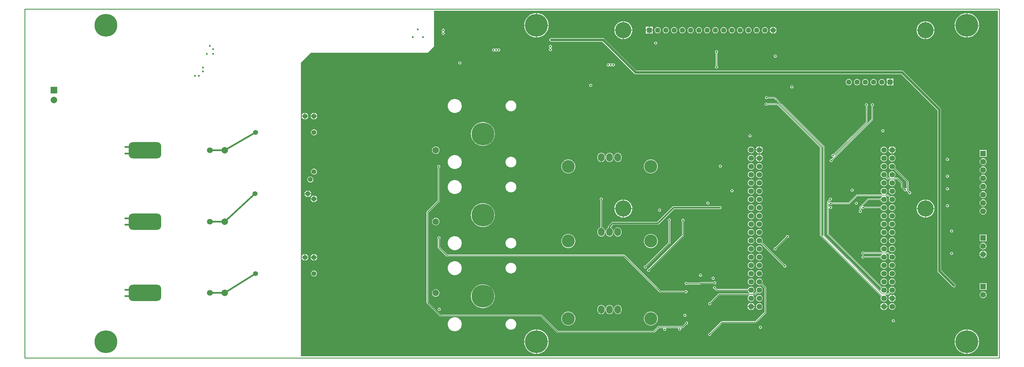
<source format=gbl>
G04 Layer_Physical_Order=4*
G04 Layer_Color=11796480*
%FSLAX43Y43*%
%MOMM*%
G71*
G01*
G75*
%ADD21C,2.000*%
%ADD30C,0.250*%
%ADD31C,0.500*%
%ADD32C,0.150*%
%ADD33C,0.200*%
%ADD35C,0.254*%
%ADD36C,0.178*%
%ADD37O,2.000X2.500*%
%ADD38C,7.000*%
%ADD39C,1.524*%
%ADD40C,1.800*%
%ADD41C,1.600*%
%ADD42R,1.600X1.600*%
%ADD43C,1.700*%
%ADD44R,1.750X1.750*%
%ADD45C,1.750*%
%ADD46C,4.000*%
%ADD47R,2.000X2.000*%
%ADD48R,1.800X1.800*%
%ADD49C,5.000*%
%ADD50C,0.600*%
G04:AMPARAMS|DCode=67|XSize=10mm|YSize=5mm|CornerRadius=1.25mm|HoleSize=0mm|Usage=FLASHONLY|Rotation=180.000|XOffset=0mm|YOffset=0mm|HoleType=Round|Shape=RoundedRectangle|*
%AMROUNDEDRECTD67*
21,1,10.000,2.500,0,0,180.0*
21,1,7.500,5.000,0,0,180.0*
1,1,2.500,-3.750,1.250*
1,1,2.500,3.750,1.250*
1,1,2.500,3.750,-1.250*
1,1,2.500,-3.750,-1.250*
%
%ADD67ROUNDEDRECTD67*%
%ADD68C,0.750*%
G36*
X299500Y500D02*
X85000D01*
Y91000D01*
X88000Y94000D01*
X124000D01*
X126000Y96000D01*
Y107000D01*
X299500D01*
Y500D01*
D02*
G37*
%LPC*%
G36*
X223560Y37169D02*
X223299Y37134D01*
X223056Y37033D01*
X222847Y36873D01*
X222686Y36664D01*
X222586Y36421D01*
X222551Y36160D01*
X222586Y35899D01*
X222686Y35656D01*
X222847Y35447D01*
X223056Y35286D01*
X223299Y35186D01*
X223560Y35151D01*
X223821Y35186D01*
X224064Y35286D01*
X224273Y35447D01*
X224433Y35656D01*
X224534Y35899D01*
X224569Y36160D01*
X224534Y36421D01*
X224433Y36664D01*
X224273Y36873D01*
X224064Y37033D01*
X223821Y37134D01*
X223560Y37169D01*
D02*
G37*
G36*
X192700Y38160D02*
X192279Y38119D01*
X191873Y37996D01*
X191500Y37796D01*
X191172Y37528D01*
X190904Y37200D01*
X190704Y36827D01*
X190581Y36421D01*
X190540Y36000D01*
X190581Y35579D01*
X190704Y35173D01*
X190904Y34800D01*
X191172Y34472D01*
X191500Y34204D01*
X191873Y34004D01*
X192279Y33881D01*
X192700Y33840D01*
X193121Y33881D01*
X193527Y34004D01*
X193900Y34204D01*
X194228Y34472D01*
X194496Y34800D01*
X194696Y35173D01*
X194819Y35579D01*
X194860Y36000D01*
X194819Y36421D01*
X194696Y36827D01*
X194496Y37200D01*
X194228Y37528D01*
X193900Y37796D01*
X193527Y37996D01*
X193121Y38119D01*
X192700Y38160D01*
D02*
G37*
G36*
X267000Y37169D02*
X266739Y37134D01*
X266496Y37033D01*
X266287Y36873D01*
X266126Y36664D01*
X266026Y36421D01*
X265991Y36160D01*
X266026Y35899D01*
X266126Y35656D01*
X266287Y35447D01*
X266496Y35286D01*
X266739Y35186D01*
X267000Y35151D01*
X267261Y35186D01*
X267504Y35286D01*
X267713Y35447D01*
X267874Y35656D01*
X267974Y35899D01*
X268009Y36160D01*
X267974Y36421D01*
X267874Y36664D01*
X267713Y36873D01*
X267504Y37033D01*
X267261Y37134D01*
X267000Y37169D01*
D02*
G37*
G36*
X264460D02*
X264199Y37134D01*
X263956Y37033D01*
X263747Y36873D01*
X263586Y36664D01*
X263486Y36421D01*
X263451Y36160D01*
X263486Y35899D01*
X263586Y35656D01*
X263747Y35447D01*
X263956Y35286D01*
X264199Y35186D01*
X264460Y35151D01*
X264721Y35186D01*
X264964Y35286D01*
X265173Y35447D01*
X265333Y35656D01*
X265434Y35899D01*
X265469Y36160D01*
X265434Y36421D01*
X265333Y36664D01*
X265173Y36873D01*
X264964Y37033D01*
X264721Y37134D01*
X264460Y37169D01*
D02*
G37*
G36*
X295000Y35494D02*
X294732Y35459D01*
X294483Y35355D01*
X294269Y35191D01*
X294105Y34977D01*
X294001Y34728D01*
X293966Y34460D01*
X294001Y34192D01*
X294105Y33943D01*
X294269Y33729D01*
X294483Y33565D01*
X294732Y33461D01*
X295000Y33426D01*
X295268Y33461D01*
X295517Y33565D01*
X295731Y33729D01*
X295895Y33943D01*
X295999Y34192D01*
X296034Y34460D01*
X295999Y34728D01*
X295895Y34977D01*
X295731Y35191D01*
X295517Y35355D01*
X295268Y35459D01*
X295000Y35494D01*
D02*
G37*
G36*
X132350Y37510D02*
X131929Y37469D01*
X131523Y37346D01*
X131150Y37146D01*
X130822Y36878D01*
X130554Y36550D01*
X130354Y36177D01*
X130231Y35771D01*
X130190Y35350D01*
X130231Y34929D01*
X130354Y34523D01*
X130554Y34150D01*
X130822Y33822D01*
X131150Y33554D01*
X131523Y33354D01*
X131929Y33231D01*
X132350Y33190D01*
X132771Y33231D01*
X133177Y33354D01*
X133550Y33554D01*
X133878Y33822D01*
X134146Y34150D01*
X134346Y34523D01*
X134469Y34929D01*
X134510Y35350D01*
X134469Y35771D01*
X134346Y36177D01*
X134146Y36550D01*
X133878Y36878D01*
X133550Y37146D01*
X133177Y37346D01*
X132771Y37469D01*
X132350Y37510D01*
D02*
G37*
G36*
X167300Y38160D02*
X166879Y38119D01*
X166473Y37996D01*
X166100Y37796D01*
X165772Y37528D01*
X165504Y37200D01*
X165304Y36827D01*
X165181Y36421D01*
X165140Y36000D01*
X165181Y35579D01*
X165304Y35173D01*
X165504Y34800D01*
X165772Y34472D01*
X166100Y34204D01*
X166473Y34004D01*
X166879Y33881D01*
X167300Y33840D01*
X167721Y33881D01*
X168127Y34004D01*
X168500Y34204D01*
X168828Y34472D01*
X169096Y34800D01*
X169296Y35173D01*
X169419Y35579D01*
X169460Y36000D01*
X169419Y36421D01*
X169296Y36827D01*
X169096Y37200D01*
X168828Y37528D01*
X168500Y37796D01*
X168127Y37996D01*
X167721Y38119D01*
X167300Y38160D01*
D02*
G37*
G36*
X149650Y37008D02*
X149327Y36976D01*
X149016Y36882D01*
X148729Y36729D01*
X148478Y36522D01*
X148271Y36271D01*
X148118Y35984D01*
X148024Y35673D01*
X147992Y35350D01*
X148024Y35027D01*
X148118Y34716D01*
X148271Y34429D01*
X148478Y34178D01*
X148729Y33971D01*
X149016Y33818D01*
X149327Y33724D01*
X149650Y33692D01*
X149973Y33724D01*
X150284Y33818D01*
X150571Y33971D01*
X150822Y34178D01*
X151029Y34429D01*
X151182Y34716D01*
X151276Y35027D01*
X151308Y35350D01*
X151276Y35673D01*
X151182Y35984D01*
X151029Y36271D01*
X150822Y36522D01*
X150571Y36729D01*
X150284Y36882D01*
X149973Y36976D01*
X149650Y37008D01*
D02*
G37*
G36*
X223560Y39709D02*
X223299Y39674D01*
X223056Y39573D01*
X222847Y39413D01*
X222686Y39204D01*
X222586Y38961D01*
X222551Y38700D01*
X222586Y38439D01*
X222686Y38196D01*
X222847Y37987D01*
X223056Y37826D01*
X223299Y37726D01*
X223560Y37691D01*
X223821Y37726D01*
X224064Y37826D01*
X224273Y37987D01*
X224433Y38196D01*
X224534Y38439D01*
X224569Y38700D01*
X224534Y38961D01*
X224433Y39204D01*
X224273Y39413D01*
X224064Y39573D01*
X223821Y39674D01*
X223560Y39709D01*
D02*
G37*
G36*
X228300Y80659D02*
X228124Y80624D01*
X227976Y80524D01*
X227876Y80376D01*
X227841Y80200D01*
X227876Y80024D01*
X227976Y79876D01*
X228124Y79776D01*
X228300Y79741D01*
X228476Y79776D01*
X228624Y79876D01*
X228688Y79971D01*
X230705D01*
X245771Y64905D01*
Y37700D01*
X245785Y37627D01*
X245777Y37617D01*
X245588Y37576D01*
X245229Y37935D01*
Y65000D01*
X245212Y65088D01*
X245162Y65162D01*
X231962Y78362D01*
X231888Y78412D01*
X231800Y78429D01*
X228587D01*
X228524Y78524D01*
X228375Y78624D01*
X228200Y78659D01*
X228024Y78624D01*
X227875Y78524D01*
X227776Y78375D01*
X227741Y78200D01*
X227776Y78024D01*
X227875Y77875D01*
X228024Y77776D01*
X228200Y77741D01*
X228375Y77776D01*
X228524Y77875D01*
X228587Y77970D01*
X231705D01*
X244771Y64905D01*
Y37840D01*
X244788Y37752D01*
X244838Y37678D01*
X263606Y18910D01*
X263586Y18884D01*
X263486Y18641D01*
X263451Y18380D01*
X263486Y18119D01*
X263586Y17876D01*
X263747Y17667D01*
X263956Y17507D01*
X264199Y17406D01*
X264460Y17371D01*
X264721Y17406D01*
X264964Y17507D01*
X265173Y17667D01*
X265333Y17876D01*
X265434Y18119D01*
X265469Y18380D01*
X265434Y18641D01*
X265333Y18884D01*
X265173Y19093D01*
X264964Y19253D01*
X264863Y19296D01*
X264897Y19471D01*
X265780D01*
X265868Y19488D01*
X265942Y19538D01*
X266470Y20066D01*
X266496Y20046D01*
X266739Y19946D01*
X267000Y19911D01*
X267261Y19946D01*
X267504Y20046D01*
X267713Y20207D01*
X267874Y20416D01*
X267974Y20659D01*
X268009Y20920D01*
X267974Y21181D01*
X267874Y21424D01*
X267713Y21633D01*
X267504Y21793D01*
X267261Y21894D01*
X267000Y21929D01*
X266739Y21894D01*
X266496Y21793D01*
X266287Y21633D01*
X266126Y21424D01*
X266026Y21181D01*
X265991Y20920D01*
X266026Y20659D01*
X266126Y20416D01*
X266146Y20390D01*
X265685Y19929D01*
X265099D01*
X265040Y20104D01*
X265173Y20207D01*
X265333Y20416D01*
X265434Y20659D01*
X265469Y20920D01*
X265434Y21181D01*
X265333Y21424D01*
X265173Y21633D01*
X264964Y21793D01*
X264721Y21894D01*
X264460Y21929D01*
X264199Y21894D01*
X263956Y21793D01*
X263930Y21774D01*
X247429Y38275D01*
Y46206D01*
X247604Y46223D01*
X247611Y46189D01*
X247711Y46041D01*
X247859Y45941D01*
X248035Y45906D01*
X248211Y45941D01*
X248359Y46041D01*
X248459Y46189D01*
X248494Y46365D01*
X248459Y46541D01*
X248359Y46689D01*
X248211Y46789D01*
X248035Y46824D01*
X247859Y46789D01*
X247711Y46689D01*
X247611Y46541D01*
X247604Y46507D01*
X247429Y46524D01*
Y47476D01*
X247604Y47493D01*
X247611Y47459D01*
X247711Y47311D01*
X247859Y47211D01*
X248035Y47176D01*
X248211Y47211D01*
X248359Y47311D01*
X248423Y47406D01*
X253635D01*
X253723Y47423D01*
X253797Y47473D01*
X256195Y49871D01*
X263847D01*
X263906Y49696D01*
X263747Y49573D01*
X263586Y49364D01*
X263486Y49121D01*
X263482Y49089D01*
X259560D01*
X259560Y49089D01*
X259472Y49072D01*
X259398Y49022D01*
X257033Y46657D01*
X256983Y46583D01*
X256966Y46495D01*
Y45483D01*
X256871Y45419D01*
X256771Y45271D01*
X256736Y45095D01*
X256771Y44919D01*
X256871Y44771D01*
X257019Y44671D01*
X257195Y44636D01*
X257371Y44671D01*
X257519Y44771D01*
X257619Y44919D01*
X257654Y45095D01*
X257619Y45271D01*
X257519Y45419D01*
X257424Y45483D01*
Y46111D01*
X257596Y46144D01*
X257696Y45996D01*
X257844Y45896D01*
X258020Y45861D01*
X258196Y45896D01*
X258344Y45996D01*
X258408Y46091D01*
X263482D01*
X263486Y46059D01*
X263586Y45816D01*
X263747Y45607D01*
X263956Y45446D01*
X264199Y45346D01*
X264460Y45311D01*
X264721Y45346D01*
X264964Y45446D01*
X265173Y45607D01*
X265333Y45816D01*
X265434Y46059D01*
X265469Y46320D01*
X265434Y46581D01*
X265333Y46824D01*
X265173Y47033D01*
X264964Y47193D01*
X264721Y47294D01*
X264460Y47329D01*
X264199Y47294D01*
X263956Y47193D01*
X263747Y47033D01*
X263586Y46824D01*
X263486Y46581D01*
X263482Y46549D01*
X258408D01*
X258344Y46644D01*
X258196Y46744D01*
X258046Y46774D01*
X257998Y46856D01*
X257972Y46948D01*
X259655Y48631D01*
X263482D01*
X263486Y48599D01*
X263586Y48356D01*
X263747Y48147D01*
X263956Y47986D01*
X264199Y47886D01*
X264460Y47851D01*
X264721Y47886D01*
X264964Y47986D01*
X265173Y48147D01*
X265333Y48356D01*
X265434Y48599D01*
X265469Y48860D01*
X265434Y49121D01*
X265333Y49364D01*
X265173Y49573D01*
X265014Y49696D01*
X265073Y49871D01*
X265665D01*
X266146Y49390D01*
X266126Y49364D01*
X266026Y49121D01*
X265991Y48860D01*
X266026Y48599D01*
X266126Y48356D01*
X266287Y48147D01*
X266496Y47986D01*
X266739Y47886D01*
X267000Y47851D01*
X267261Y47886D01*
X267504Y47986D01*
X267713Y48147D01*
X267874Y48356D01*
X267974Y48599D01*
X268009Y48860D01*
X267974Y49121D01*
X267874Y49364D01*
X267713Y49573D01*
X267504Y49733D01*
X267261Y49834D01*
X267000Y49869D01*
X266739Y49834D01*
X266496Y49733D01*
X266470Y49714D01*
X265922Y50262D01*
X265848Y50312D01*
X265760Y50329D01*
X264946D01*
X264911Y50504D01*
X264964Y50527D01*
X265173Y50687D01*
X265333Y50896D01*
X265434Y51139D01*
X265469Y51400D01*
X265434Y51661D01*
X265333Y51904D01*
X265173Y52113D01*
X264964Y52273D01*
X264721Y52374D01*
X264460Y52409D01*
X264199Y52374D01*
X263956Y52273D01*
X263747Y52113D01*
X263586Y51904D01*
X263486Y51661D01*
X263451Y51400D01*
X263486Y51139D01*
X263586Y50896D01*
X263747Y50687D01*
X263956Y50527D01*
X264009Y50504D01*
X263974Y50329D01*
X256100D01*
X256012Y50312D01*
X255938Y50262D01*
X253540Y47864D01*
X248423D01*
X248359Y47959D01*
X248211Y48059D01*
X248035Y48094D01*
X247859Y48059D01*
X247711Y47959D01*
X247611Y47811D01*
X247604Y47777D01*
X247429Y47794D01*
Y48015D01*
X247883Y48468D01*
X247995Y48446D01*
X248171Y48481D01*
X248319Y48581D01*
X248419Y48729D01*
X248454Y48905D01*
X248419Y49081D01*
X248319Y49229D01*
X248171Y49329D01*
X247995Y49364D01*
X247819Y49329D01*
X247671Y49229D01*
X247571Y49081D01*
X247536Y48905D01*
X247558Y48793D01*
X247038Y48272D01*
X246988Y48198D01*
X246971Y48110D01*
Y38180D01*
X246988Y38092D01*
X247038Y38018D01*
X263606Y21450D01*
X263586Y21424D01*
X263486Y21181D01*
X263451Y20920D01*
X263466Y20805D01*
X263301Y20724D01*
X246229Y37795D01*
Y65000D01*
X246212Y65088D01*
X246162Y65162D01*
X230962Y80362D01*
X230888Y80412D01*
X230800Y80429D01*
X228688D01*
X228624Y80524D01*
X228476Y80624D01*
X228300Y80659D01*
D02*
G37*
G36*
X264460Y39709D02*
X264199Y39674D01*
X263956Y39573D01*
X263747Y39413D01*
X263586Y39204D01*
X263486Y38961D01*
X263451Y38700D01*
X263486Y38439D01*
X263586Y38196D01*
X263747Y37987D01*
X263956Y37826D01*
X264199Y37726D01*
X264460Y37691D01*
X264721Y37726D01*
X264964Y37826D01*
X265173Y37987D01*
X265333Y38196D01*
X265434Y38439D01*
X265469Y38700D01*
X265434Y38961D01*
X265333Y39204D01*
X265173Y39413D01*
X264964Y39573D01*
X264721Y39674D01*
X264460Y39709D01*
D02*
G37*
G36*
X226100D02*
X225839Y39674D01*
X225596Y39573D01*
X225387Y39413D01*
X225227Y39204D01*
X225126Y38961D01*
X225091Y38700D01*
X225126Y38439D01*
X225227Y38196D01*
X225387Y37987D01*
X225596Y37826D01*
X225839Y37726D01*
X226100Y37691D01*
X226361Y37726D01*
X226604Y37826D01*
X226813Y37987D01*
X226973Y38196D01*
X227074Y38439D01*
X227109Y38700D01*
X227074Y38961D01*
X226973Y39204D01*
X226813Y39413D01*
X226604Y39573D01*
X226361Y39674D01*
X226100Y39709D01*
D02*
G37*
G36*
X234760Y37859D02*
X234584Y37824D01*
X234436Y37724D01*
X234336Y37576D01*
X234301Y37400D01*
X234312Y37348D01*
X231032Y34068D01*
X230980Y34079D01*
X230804Y34044D01*
X230656Y33944D01*
X230556Y33796D01*
X230521Y33620D01*
X230556Y33444D01*
X230656Y33296D01*
X230804Y33196D01*
X230980Y33161D01*
X231156Y33196D01*
X231304Y33296D01*
X231404Y33444D01*
X231439Y33620D01*
X231428Y33672D01*
X234708Y36952D01*
X234760Y36941D01*
X234936Y36976D01*
X235084Y37076D01*
X235184Y37224D01*
X235219Y37400D01*
X235184Y37576D01*
X235084Y37724D01*
X234936Y37824D01*
X234760Y37859D01*
D02*
G37*
G36*
X296025Y38025D02*
X293975D01*
Y35975D01*
X296025D01*
Y38025D01*
D02*
G37*
G36*
X182550Y40210D02*
X182250Y40170D01*
X181970Y40055D01*
X181730Y39870D01*
X181545Y39630D01*
X181430Y39350D01*
X181390Y39050D01*
Y38550D01*
X181430Y38250D01*
X181545Y37970D01*
X181730Y37730D01*
X181970Y37545D01*
X182250Y37430D01*
X182550Y37390D01*
X182850Y37430D01*
X183130Y37545D01*
X183370Y37730D01*
X183555Y37970D01*
X183670Y38250D01*
X183710Y38550D01*
Y39050D01*
X183670Y39350D01*
X183555Y39630D01*
X183370Y39870D01*
X183130Y40055D01*
X182850Y40170D01*
X182550Y40210D01*
D02*
G37*
G36*
X177450Y49409D02*
X177274Y49374D01*
X177126Y49274D01*
X177026Y49126D01*
X176991Y48950D01*
X177026Y48774D01*
X177126Y48626D01*
X177170Y48596D01*
Y40173D01*
X177150Y40170D01*
X176870Y40055D01*
X176630Y39870D01*
X176445Y39630D01*
X176330Y39350D01*
X176290Y39050D01*
Y38550D01*
X176330Y38250D01*
X176445Y37970D01*
X176630Y37730D01*
X176870Y37545D01*
X177150Y37430D01*
X177450Y37390D01*
X177750Y37430D01*
X178030Y37545D01*
X178270Y37730D01*
X178455Y37970D01*
X178570Y38250D01*
X178610Y38550D01*
Y39050D01*
X178570Y39350D01*
X178455Y39630D01*
X178270Y39870D01*
X178030Y40055D01*
X177750Y40170D01*
X177730Y40173D01*
Y48596D01*
X177774Y48626D01*
X177874Y48774D01*
X177909Y48950D01*
X177874Y49126D01*
X177774Y49274D01*
X177626Y49374D01*
X177450Y49409D01*
D02*
G37*
G36*
X88873Y32008D02*
X88735Y31990D01*
X88488Y31887D01*
X88275Y31725D01*
X88113Y31512D01*
X88010Y31265D01*
X87992Y31127D01*
X88873D01*
Y32008D01*
D02*
G37*
G36*
X296122Y31793D02*
X295127D01*
Y30798D01*
X295295Y30820D01*
X295569Y30934D01*
X295805Y31115D01*
X295986Y31351D01*
X296100Y31625D01*
X296122Y31793D01*
D02*
G37*
G36*
X86377Y32008D02*
Y31127D01*
X87258D01*
X87240Y31265D01*
X87137Y31512D01*
X86975Y31725D01*
X86762Y31887D01*
X86515Y31990D01*
X86377Y32008D01*
D02*
G37*
G36*
X86123D02*
X85985Y31990D01*
X85738Y31887D01*
X85525Y31725D01*
X85363Y31512D01*
X85260Y31265D01*
X85242Y31127D01*
X86123D01*
Y32008D01*
D02*
G37*
G36*
X223560Y32089D02*
X223299Y32054D01*
X223056Y31953D01*
X222847Y31793D01*
X222686Y31584D01*
X222586Y31341D01*
X222551Y31080D01*
X222586Y30819D01*
X222686Y30576D01*
X222847Y30367D01*
X223056Y30206D01*
X223299Y30106D01*
X223560Y30071D01*
X223821Y30106D01*
X224064Y30206D01*
X224273Y30367D01*
X224433Y30576D01*
X224534Y30819D01*
X224569Y31080D01*
X224534Y31341D01*
X224433Y31584D01*
X224273Y31793D01*
X224064Y31953D01*
X223821Y32054D01*
X223560Y32089D01*
D02*
G37*
G36*
X90008Y30873D02*
X89127D01*
Y29992D01*
X89265Y30010D01*
X89512Y30113D01*
X89725Y30275D01*
X89887Y30488D01*
X89990Y30735D01*
X90008Y30873D01*
D02*
G37*
G36*
X294873Y31793D02*
X293878D01*
X293900Y31625D01*
X294014Y31351D01*
X294195Y31115D01*
X294431Y30934D01*
X294705Y30820D01*
X294873Y30798D01*
Y31793D01*
D02*
G37*
G36*
X226100Y32089D02*
X225839Y32054D01*
X225596Y31953D01*
X225387Y31793D01*
X225227Y31584D01*
X225126Y31341D01*
X225091Y31080D01*
X225126Y30819D01*
X225227Y30576D01*
X225387Y30367D01*
X225596Y30206D01*
X225839Y30106D01*
X226100Y30071D01*
X226361Y30106D01*
X226604Y30206D01*
X226813Y30367D01*
X226973Y30576D01*
X227074Y30819D01*
X227109Y31080D01*
X227074Y31341D01*
X226973Y31584D01*
X226813Y31793D01*
X226604Y31953D01*
X226361Y32054D01*
X226100Y32089D01*
D02*
G37*
G36*
X223560Y34629D02*
X223299Y34594D01*
X223056Y34493D01*
X222847Y34333D01*
X222686Y34124D01*
X222586Y33881D01*
X222551Y33620D01*
X222586Y33359D01*
X222686Y33116D01*
X222847Y32907D01*
X223056Y32746D01*
X223299Y32646D01*
X223560Y32611D01*
X223821Y32646D01*
X224064Y32746D01*
X224273Y32907D01*
X224433Y33116D01*
X224534Y33359D01*
X224569Y33620D01*
X224534Y33881D01*
X224433Y34124D01*
X224273Y34333D01*
X224064Y34493D01*
X223821Y34594D01*
X223560Y34629D01*
D02*
G37*
G36*
X264460D02*
X264199Y34594D01*
X263956Y34493D01*
X263747Y34333D01*
X263586Y34124D01*
X263486Y33881D01*
X263451Y33620D01*
X263486Y33359D01*
X263586Y33116D01*
X263747Y32907D01*
X263956Y32746D01*
X264057Y32704D01*
X264023Y32529D01*
X258388D01*
X258324Y32624D01*
X258176Y32724D01*
X258000Y32759D01*
X257824Y32724D01*
X257676Y32624D01*
X257576Y32476D01*
X257541Y32300D01*
X257576Y32124D01*
X257676Y31976D01*
X257824Y31876D01*
X258000Y31841D01*
X258176Y31876D01*
X258324Y31976D01*
X258388Y32071D01*
X263821D01*
X263880Y31896D01*
X263747Y31793D01*
X263586Y31584D01*
X263486Y31341D01*
X263482Y31309D01*
X258408D01*
X258344Y31404D01*
X258196Y31504D01*
X258020Y31539D01*
X257844Y31504D01*
X257696Y31404D01*
X257596Y31256D01*
X257561Y31080D01*
X257596Y30904D01*
X257696Y30756D01*
X257844Y30656D01*
X258020Y30621D01*
X258196Y30656D01*
X258344Y30756D01*
X258408Y30851D01*
X263482D01*
X263486Y30819D01*
X263586Y30576D01*
X263747Y30367D01*
X263956Y30206D01*
X264199Y30106D01*
X264460Y30071D01*
X264721Y30106D01*
X264964Y30206D01*
X265173Y30367D01*
X265333Y30576D01*
X265434Y30819D01*
X265469Y31080D01*
X265434Y31341D01*
X265333Y31584D01*
X265173Y31793D01*
X265040Y31896D01*
X265099Y32071D01*
X265685D01*
X266146Y31610D01*
X266126Y31584D01*
X266026Y31341D01*
X265991Y31080D01*
X266026Y30819D01*
X266126Y30576D01*
X266287Y30367D01*
X266496Y30206D01*
X266739Y30106D01*
X267000Y30071D01*
X267261Y30106D01*
X267504Y30206D01*
X267713Y30367D01*
X267874Y30576D01*
X267974Y30819D01*
X268009Y31080D01*
X267974Y31341D01*
X267874Y31584D01*
X267713Y31793D01*
X267504Y31953D01*
X267261Y32054D01*
X267000Y32089D01*
X266739Y32054D01*
X266496Y31953D01*
X266470Y31934D01*
X265942Y32462D01*
X265868Y32512D01*
X265780Y32529D01*
X264897D01*
X264863Y32704D01*
X264964Y32746D01*
X265173Y32907D01*
X265333Y33116D01*
X265434Y33359D01*
X265469Y33620D01*
X265434Y33881D01*
X265333Y34124D01*
X265173Y34333D01*
X264964Y34493D01*
X264721Y34594D01*
X264460Y34629D01*
D02*
G37*
G36*
X267000D02*
X266739Y34594D01*
X266496Y34493D01*
X266287Y34333D01*
X266126Y34124D01*
X266026Y33881D01*
X265991Y33620D01*
X266026Y33359D01*
X266126Y33116D01*
X266287Y32907D01*
X266496Y32746D01*
X266739Y32646D01*
X267000Y32611D01*
X267261Y32646D01*
X267504Y32746D01*
X267713Y32907D01*
X267874Y33116D01*
X267974Y33359D01*
X268009Y33620D01*
X267974Y33881D01*
X267874Y34124D01*
X267713Y34333D01*
X267504Y34493D01*
X267261Y34594D01*
X267000Y34629D01*
D02*
G37*
G36*
X226100D02*
X225839Y34594D01*
X225596Y34493D01*
X225387Y34333D01*
X225227Y34124D01*
X225126Y33881D01*
X225091Y33620D01*
X225126Y33359D01*
X225227Y33116D01*
X225387Y32907D01*
X225596Y32746D01*
X225839Y32646D01*
X226100Y32611D01*
X226361Y32646D01*
X226604Y32746D01*
X226813Y32907D01*
X226973Y33116D01*
X227074Y33359D01*
X227109Y33620D01*
X227074Y33881D01*
X226973Y34124D01*
X226813Y34333D01*
X226604Y34493D01*
X226361Y34594D01*
X226100Y34629D01*
D02*
G37*
G36*
X285300Y32659D02*
X285124Y32624D01*
X284976Y32524D01*
X284876Y32376D01*
X284841Y32200D01*
X284876Y32024D01*
X284976Y31876D01*
X285124Y31776D01*
X285300Y31741D01*
X285476Y31776D01*
X285624Y31876D01*
X285724Y32024D01*
X285759Y32200D01*
X285724Y32376D01*
X285624Y32524D01*
X285476Y32624D01*
X285300Y32659D01*
D02*
G37*
G36*
X89127Y32008D02*
Y31127D01*
X90008D01*
X89990Y31265D01*
X89887Y31512D01*
X89725Y31725D01*
X89512Y31887D01*
X89265Y31990D01*
X89127Y32008D01*
D02*
G37*
G36*
X295127Y33042D02*
Y32047D01*
X296122D01*
X296100Y32215D01*
X295986Y32489D01*
X295805Y32725D01*
X295569Y32906D01*
X295295Y33020D01*
X295127Y33042D01*
D02*
G37*
G36*
X294873Y33042D02*
X294705Y33020D01*
X294431Y32906D01*
X294195Y32725D01*
X294014Y32489D01*
X293900Y32215D01*
X293878Y32047D01*
X294873D01*
Y33042D01*
D02*
G37*
G36*
X267000Y39709D02*
X266739Y39674D01*
X266496Y39573D01*
X266287Y39413D01*
X266126Y39204D01*
X266026Y38961D01*
X265991Y38700D01*
X266026Y38439D01*
X266126Y38196D01*
X266287Y37987D01*
X266496Y37826D01*
X266739Y37726D01*
X267000Y37691D01*
X267261Y37726D01*
X267504Y37826D01*
X267713Y37987D01*
X267874Y38196D01*
X267974Y38439D01*
X268009Y38700D01*
X267974Y38961D01*
X267874Y39204D01*
X267713Y39413D01*
X267504Y39573D01*
X267261Y39674D01*
X267000Y39709D01*
D02*
G37*
G36*
X184123Y48753D02*
X183818Y48729D01*
X183396Y48627D01*
X182996Y48461D01*
X182626Y48235D01*
X182297Y47953D01*
X182015Y47624D01*
X181789Y47254D01*
X181623Y46854D01*
X181521Y46432D01*
X181497Y46127D01*
X184123D01*
Y48753D01*
D02*
G37*
G36*
X214000Y46759D02*
X213824Y46724D01*
X213800Y46708D01*
X199700D01*
X199544Y46677D01*
X199412Y46588D01*
X199412Y46588D01*
X194731Y41908D01*
X181000D01*
X181000Y41908D01*
X180844Y41877D01*
X180712Y41788D01*
X179712Y40788D01*
X179623Y40656D01*
X179592Y40500D01*
X179592Y40500D01*
Y40126D01*
X179420Y40055D01*
X179180Y39870D01*
X178995Y39630D01*
X178880Y39350D01*
X178840Y39050D01*
Y38550D01*
X178880Y38250D01*
X178995Y37970D01*
X179180Y37730D01*
X179420Y37545D01*
X179700Y37430D01*
X180000Y37390D01*
X180300Y37430D01*
X180580Y37545D01*
X180820Y37730D01*
X181005Y37970D01*
X181120Y38250D01*
X181160Y38550D01*
Y39050D01*
X181120Y39350D01*
X181005Y39630D01*
X180820Y39870D01*
X180580Y40055D01*
X180408Y40126D01*
Y40331D01*
X181169Y41092D01*
X194900D01*
X194900Y41092D01*
X195056Y41123D01*
X195188Y41212D01*
X199869Y45892D01*
X213800D01*
X213824Y45876D01*
X214000Y45841D01*
X214176Y45876D01*
X214324Y45976D01*
X214424Y46124D01*
X214459Y46300D01*
X214424Y46476D01*
X214324Y46624D01*
X214176Y46724D01*
X214000Y46759D01*
D02*
G37*
G36*
X277143Y48753D02*
X276838Y48729D01*
X276416Y48627D01*
X276016Y48461D01*
X275646Y48235D01*
X275317Y47953D01*
X275035Y47624D01*
X274809Y47254D01*
X274643Y46854D01*
X274541Y46432D01*
X274517Y46127D01*
X277143D01*
Y48753D01*
D02*
G37*
G36*
X184377D02*
Y46127D01*
X187003D01*
X186979Y46432D01*
X186877Y46854D01*
X186711Y47254D01*
X186485Y47624D01*
X186203Y47953D01*
X185874Y48235D01*
X185504Y48461D01*
X185104Y48627D01*
X184682Y48729D01*
X184377Y48753D01*
D02*
G37*
G36*
X223560Y47329D02*
X223299Y47294D01*
X223056Y47193D01*
X222847Y47033D01*
X222686Y46824D01*
X222586Y46581D01*
X222551Y46320D01*
X222586Y46059D01*
X222686Y45816D01*
X222847Y45607D01*
X223056Y45446D01*
X223299Y45346D01*
X223560Y45311D01*
X223821Y45346D01*
X224064Y45446D01*
X224273Y45607D01*
X224433Y45816D01*
X224534Y46059D01*
X224569Y46320D01*
X224534Y46581D01*
X224433Y46824D01*
X224273Y47033D01*
X224064Y47193D01*
X223821Y47294D01*
X223560Y47329D01*
D02*
G37*
G36*
X195400Y45959D02*
X195224Y45924D01*
X195076Y45824D01*
X194976Y45676D01*
X194941Y45500D01*
X194976Y45324D01*
X195076Y45176D01*
X195224Y45076D01*
X195400Y45041D01*
X195576Y45076D01*
X195724Y45176D01*
X195824Y45324D01*
X195859Y45500D01*
X195824Y45676D01*
X195724Y45824D01*
X195576Y45924D01*
X195400Y45959D01*
D02*
G37*
G36*
X267000Y47329D02*
X266739Y47294D01*
X266496Y47193D01*
X266287Y47033D01*
X266126Y46824D01*
X266026Y46581D01*
X265991Y46320D01*
X266026Y46059D01*
X266126Y45816D01*
X266287Y45607D01*
X266496Y45446D01*
X266739Y45346D01*
X267000Y45311D01*
X267261Y45346D01*
X267504Y45446D01*
X267713Y45607D01*
X267874Y45816D01*
X267974Y46059D01*
X268009Y46320D01*
X267974Y46581D01*
X267874Y46824D01*
X267713Y47033D01*
X267504Y47193D01*
X267261Y47294D01*
X267000Y47329D01*
D02*
G37*
G36*
X226100D02*
X225839Y47294D01*
X225596Y47193D01*
X225387Y47033D01*
X225227Y46824D01*
X225126Y46581D01*
X225091Y46320D01*
X225126Y46059D01*
X225227Y45816D01*
X225387Y45607D01*
X225596Y45446D01*
X225839Y45346D01*
X226100Y45311D01*
X226361Y45346D01*
X226604Y45446D01*
X226813Y45607D01*
X226973Y45816D01*
X227074Y46059D01*
X227109Y46320D01*
X227074Y46581D01*
X226973Y46824D01*
X226813Y47033D01*
X226604Y47193D01*
X226361Y47294D01*
X226100Y47329D01*
D02*
G37*
G36*
X223560Y49869D02*
X223299Y49834D01*
X223056Y49733D01*
X222847Y49573D01*
X222686Y49364D01*
X222586Y49121D01*
X222551Y48860D01*
X222586Y48599D01*
X222686Y48356D01*
X222847Y48147D01*
X223056Y47986D01*
X223299Y47886D01*
X223560Y47851D01*
X223821Y47886D01*
X224064Y47986D01*
X224273Y48147D01*
X224433Y48356D01*
X224534Y48599D01*
X224569Y48860D01*
X224534Y49121D01*
X224433Y49364D01*
X224273Y49573D01*
X224064Y49733D01*
X223821Y49834D01*
X223560Y49869D01*
D02*
G37*
G36*
X210270Y48189D02*
X210094Y48154D01*
X209946Y48054D01*
X209846Y47906D01*
X209811Y47730D01*
X209846Y47554D01*
X209946Y47406D01*
X210094Y47306D01*
X210270Y47271D01*
X210446Y47306D01*
X210594Y47406D01*
X210694Y47554D01*
X210729Y47730D01*
X210694Y47906D01*
X210594Y48054D01*
X210446Y48154D01*
X210270Y48189D01*
D02*
G37*
G36*
X90008Y48873D02*
X89127D01*
Y47992D01*
X89265Y48010D01*
X89512Y48113D01*
X89725Y48275D01*
X89887Y48488D01*
X89990Y48735D01*
X90008Y48873D01*
D02*
G37*
G36*
X226100Y49869D02*
X225839Y49834D01*
X225596Y49733D01*
X225387Y49573D01*
X225227Y49364D01*
X225126Y49121D01*
X225091Y48860D01*
X225126Y48599D01*
X225227Y48356D01*
X225387Y48147D01*
X225596Y47986D01*
X225839Y47886D01*
X226100Y47851D01*
X226361Y47886D01*
X226604Y47986D01*
X226813Y48147D01*
X226973Y48356D01*
X227074Y48599D01*
X227109Y48860D01*
X227074Y49121D01*
X226973Y49364D01*
X226813Y49573D01*
X226604Y49733D01*
X226361Y49834D01*
X226100Y49869D01*
D02*
G37*
G36*
X284000Y47359D02*
X283824Y47324D01*
X283676Y47224D01*
X283576Y47076D01*
X283541Y46900D01*
X283576Y46724D01*
X283676Y46576D01*
X283824Y46476D01*
X284000Y46441D01*
X284176Y46476D01*
X284324Y46576D01*
X284424Y46724D01*
X284459Y46900D01*
X284424Y47076D01*
X284324Y47224D01*
X284176Y47324D01*
X284000Y47359D01*
D02*
G37*
G36*
X277397Y48753D02*
Y46127D01*
X280022D01*
X279999Y46432D01*
X279897Y46854D01*
X279731Y47254D01*
X279505Y47624D01*
X279223Y47953D01*
X278894Y48235D01*
X278524Y48461D01*
X278124Y48627D01*
X277702Y48729D01*
X277397Y48753D01*
D02*
G37*
G36*
X255965Y48094D02*
X255789Y48059D01*
X255641Y47959D01*
X255541Y47811D01*
X255506Y47635D01*
X255541Y47459D01*
X255641Y47311D01*
X255789Y47211D01*
X255965Y47176D01*
X256141Y47211D01*
X256289Y47311D01*
X256389Y47459D01*
X256424Y47635D01*
X256389Y47811D01*
X256289Y47959D01*
X256141Y48059D01*
X255965Y48094D01*
D02*
G37*
G36*
X295000Y48819D02*
X294726Y48783D01*
X294470Y48677D01*
X294251Y48509D01*
X294083Y48290D01*
X293977Y48034D01*
X293941Y47760D01*
X293977Y47486D01*
X294083Y47230D01*
X294251Y47011D01*
X294470Y46843D01*
X294726Y46737D01*
X295000Y46701D01*
X295274Y46737D01*
X295530Y46843D01*
X295749Y47011D01*
X295917Y47230D01*
X296023Y47486D01*
X296059Y47760D01*
X296023Y48034D01*
X295917Y48290D01*
X295749Y48509D01*
X295530Y48677D01*
X295274Y48783D01*
X295000Y48819D01*
D02*
G37*
G36*
X141000Y47661D02*
X140427Y47616D01*
X139869Y47482D01*
X139338Y47262D01*
X138848Y46962D01*
X138411Y46589D01*
X138038Y46152D01*
X137738Y45662D01*
X137518Y45131D01*
X137384Y44573D01*
X137339Y44000D01*
X137384Y43427D01*
X137518Y42869D01*
X137738Y42338D01*
X138038Y41848D01*
X138411Y41411D01*
X138848Y41038D01*
X139338Y40738D01*
X139869Y40518D01*
X140427Y40384D01*
X141000Y40339D01*
X141573Y40384D01*
X142131Y40518D01*
X142662Y40738D01*
X143152Y41038D01*
X143589Y41411D01*
X143962Y41848D01*
X144262Y42338D01*
X144482Y42869D01*
X144616Y43427D01*
X144661Y44000D01*
X144616Y44573D01*
X144482Y45131D01*
X144262Y45662D01*
X143962Y46152D01*
X143589Y46589D01*
X143152Y46962D01*
X142662Y47262D01*
X142131Y47482D01*
X141573Y47616D01*
X141000Y47661D01*
D02*
G37*
G36*
X267000Y42249D02*
X266739Y42214D01*
X266496Y42113D01*
X266287Y41953D01*
X266126Y41744D01*
X266026Y41501D01*
X265991Y41240D01*
X266026Y40979D01*
X266126Y40736D01*
X266287Y40527D01*
X266496Y40367D01*
X266739Y40266D01*
X267000Y40231D01*
X267261Y40266D01*
X267504Y40367D01*
X267713Y40527D01*
X267874Y40736D01*
X267974Y40979D01*
X268009Y41240D01*
X267974Y41501D01*
X267874Y41744D01*
X267713Y41953D01*
X267504Y42113D01*
X267261Y42214D01*
X267000Y42249D01*
D02*
G37*
G36*
X223560Y44789D02*
X223299Y44754D01*
X223056Y44653D01*
X222847Y44493D01*
X222686Y44284D01*
X222586Y44041D01*
X222551Y43780D01*
X222586Y43519D01*
X222686Y43276D01*
X222847Y43067D01*
X223056Y42907D01*
X223299Y42806D01*
X223560Y42771D01*
X223821Y42806D01*
X224064Y42907D01*
X224273Y43067D01*
X224433Y43276D01*
X224534Y43519D01*
X224569Y43780D01*
X224534Y44041D01*
X224433Y44284D01*
X224273Y44493D01*
X224064Y44653D01*
X223821Y44754D01*
X223560Y44789D01*
D02*
G37*
G36*
X126500Y43160D02*
X126200Y43120D01*
X125920Y43005D01*
X125680Y42820D01*
X125495Y42580D01*
X125380Y42300D01*
X125340Y42000D01*
X125380Y41700D01*
X125495Y41420D01*
X125680Y41180D01*
X125920Y40995D01*
X126200Y40880D01*
X126500Y40840D01*
X126800Y40880D01*
X127080Y40995D01*
X127320Y41180D01*
X127505Y41420D01*
X127620Y41700D01*
X127660Y42000D01*
X127620Y42300D01*
X127505Y42580D01*
X127320Y42820D01*
X127080Y43005D01*
X126800Y43120D01*
X126500Y43160D01*
D02*
G37*
G36*
X223560Y42249D02*
X223299Y42214D01*
X223056Y42113D01*
X222847Y41953D01*
X222686Y41744D01*
X222586Y41501D01*
X222551Y41240D01*
X222586Y40979D01*
X222686Y40736D01*
X222847Y40527D01*
X223056Y40367D01*
X223299Y40266D01*
X223560Y40231D01*
X223821Y40266D01*
X224064Y40367D01*
X224273Y40527D01*
X224433Y40736D01*
X224534Y40979D01*
X224569Y41240D01*
X224534Y41501D01*
X224433Y41744D01*
X224273Y41953D01*
X224064Y42113D01*
X223821Y42214D01*
X223560Y42249D01*
D02*
G37*
G36*
X285300Y39559D02*
X285124Y39524D01*
X284976Y39424D01*
X284876Y39276D01*
X284841Y39100D01*
X284876Y38924D01*
X284976Y38776D01*
X285124Y38676D01*
X285300Y38641D01*
X285476Y38676D01*
X285624Y38776D01*
X285724Y38924D01*
X285759Y39100D01*
X285724Y39276D01*
X285624Y39424D01*
X285476Y39524D01*
X285300Y39559D01*
D02*
G37*
G36*
X264460Y42249D02*
X264199Y42214D01*
X263956Y42113D01*
X263747Y41953D01*
X263586Y41744D01*
X263486Y41501D01*
X263451Y41240D01*
X263486Y40979D01*
X263586Y40736D01*
X263747Y40527D01*
X263956Y40367D01*
X264199Y40266D01*
X264460Y40231D01*
X264721Y40266D01*
X264964Y40367D01*
X265173Y40527D01*
X265333Y40736D01*
X265434Y40979D01*
X265469Y41240D01*
X265434Y41501D01*
X265333Y41744D01*
X265173Y41953D01*
X264964Y42113D01*
X264721Y42214D01*
X264460Y42249D01*
D02*
G37*
G36*
X226100D02*
X225839Y42214D01*
X225596Y42113D01*
X225387Y41953D01*
X225227Y41744D01*
X225126Y41501D01*
X225091Y41240D01*
X225126Y40979D01*
X225227Y40736D01*
X225387Y40527D01*
X225596Y40367D01*
X225839Y40266D01*
X226100Y40231D01*
X226361Y40266D01*
X226604Y40367D01*
X226813Y40527D01*
X226973Y40736D01*
X227074Y40979D01*
X227109Y41240D01*
X227074Y41501D01*
X226973Y41744D01*
X226813Y41953D01*
X226604Y42113D01*
X226361Y42214D01*
X226100Y42249D01*
D02*
G37*
G36*
X277143Y45873D02*
X274517D01*
X274541Y45568D01*
X274643Y45146D01*
X274809Y44746D01*
X275035Y44376D01*
X275317Y44047D01*
X275646Y43765D01*
X276016Y43539D01*
X276416Y43373D01*
X276838Y43271D01*
X277143Y43247D01*
Y45873D01*
D02*
G37*
G36*
X187003D02*
X184377D01*
Y43247D01*
X184682Y43271D01*
X185104Y43373D01*
X185504Y43539D01*
X185874Y43765D01*
X186203Y44047D01*
X186485Y44376D01*
X186711Y44746D01*
X186877Y45146D01*
X186979Y45568D01*
X187003Y45873D01*
D02*
G37*
G36*
X295000Y46279D02*
X294726Y46243D01*
X294470Y46137D01*
X294251Y45969D01*
X294083Y45750D01*
X293977Y45494D01*
X293941Y45220D01*
X293977Y44946D01*
X294083Y44690D01*
X294251Y44471D01*
X294470Y44303D01*
X294726Y44197D01*
X295000Y44161D01*
X295274Y44197D01*
X295530Y44303D01*
X295749Y44471D01*
X295917Y44690D01*
X296023Y44946D01*
X296059Y45220D01*
X296023Y45494D01*
X295917Y45750D01*
X295749Y45969D01*
X295530Y46137D01*
X295274Y46243D01*
X295000Y46279D01*
D02*
G37*
G36*
X280022Y45873D02*
X277397D01*
Y43247D01*
X277702Y43271D01*
X278124Y43373D01*
X278524Y43539D01*
X278894Y43765D01*
X279223Y44047D01*
X279505Y44376D01*
X279731Y44746D01*
X279897Y45146D01*
X279999Y45568D01*
X280022Y45873D01*
D02*
G37*
G36*
X264460Y44789D02*
X264199Y44754D01*
X263956Y44653D01*
X263747Y44493D01*
X263586Y44284D01*
X263486Y44041D01*
X263451Y43780D01*
X263486Y43519D01*
X263586Y43276D01*
X263747Y43067D01*
X263956Y42907D01*
X264199Y42806D01*
X264460Y42771D01*
X264721Y42806D01*
X264964Y42907D01*
X265173Y43067D01*
X265333Y43276D01*
X265434Y43519D01*
X265469Y43780D01*
X265434Y44041D01*
X265333Y44284D01*
X265173Y44493D01*
X264964Y44653D01*
X264721Y44754D01*
X264460Y44789D01*
D02*
G37*
G36*
X226100D02*
X225839Y44754D01*
X225596Y44653D01*
X225387Y44493D01*
X225227Y44284D01*
X225126Y44041D01*
X225091Y43780D01*
X225126Y43519D01*
X225227Y43276D01*
X225387Y43067D01*
X225596Y42907D01*
X225839Y42806D01*
X226100Y42771D01*
X226361Y42806D01*
X226604Y42907D01*
X226813Y43067D01*
X226973Y43276D01*
X227074Y43519D01*
X227109Y43780D01*
X227074Y44041D01*
X226973Y44284D01*
X226813Y44493D01*
X226604Y44653D01*
X226361Y44754D01*
X226100Y44789D01*
D02*
G37*
G36*
X184123Y45873D02*
X181497D01*
X181521Y45568D01*
X181623Y45146D01*
X181789Y44746D01*
X182015Y44376D01*
X182297Y44047D01*
X182626Y43765D01*
X182996Y43539D01*
X183396Y43373D01*
X183818Y43271D01*
X184123Y43247D01*
Y45873D01*
D02*
G37*
G36*
X267000Y44789D02*
X266739Y44754D01*
X266496Y44653D01*
X266287Y44493D01*
X266126Y44284D01*
X266026Y44041D01*
X265991Y43780D01*
X266026Y43519D01*
X266126Y43276D01*
X266287Y43067D01*
X266496Y42907D01*
X266739Y42806D01*
X267000Y42771D01*
X267261Y42806D01*
X267504Y42907D01*
X267713Y43067D01*
X267874Y43276D01*
X267974Y43519D01*
X268009Y43780D01*
X267974Y44041D01*
X267874Y44284D01*
X267713Y44493D01*
X267504Y44653D01*
X267261Y44754D01*
X267000Y44789D01*
D02*
G37*
G36*
X87258Y30873D02*
X86377D01*
Y29992D01*
X86515Y30010D01*
X86762Y30113D01*
X86975Y30275D01*
X87137Y30488D01*
X87240Y30735D01*
X87258Y30873D01*
D02*
G37*
G36*
X224657Y15713D02*
X223687D01*
Y14743D01*
X223848Y14764D01*
X224117Y14876D01*
X224347Y15053D01*
X224524Y15283D01*
X224636Y15552D01*
X224657Y15713D01*
D02*
G37*
G36*
X127575Y15434D02*
X127399Y15399D01*
X127251Y15299D01*
X127151Y15151D01*
X127116Y14975D01*
X127151Y14799D01*
X127251Y14651D01*
X127399Y14551D01*
X127575Y14516D01*
X127751Y14551D01*
X127899Y14651D01*
X127999Y14799D01*
X128034Y14975D01*
X127999Y15151D01*
X127899Y15299D01*
X127751Y15399D01*
X127575Y15434D01*
D02*
G37*
G36*
X265557Y15713D02*
X264587D01*
Y14743D01*
X264748Y14764D01*
X265017Y14876D01*
X265247Y15053D01*
X265424Y15283D01*
X265536Y15552D01*
X265557Y15713D01*
D02*
G37*
G36*
X264333D02*
X263363D01*
X263384Y15552D01*
X263496Y15283D01*
X263673Y15053D01*
X263903Y14876D01*
X264172Y14764D01*
X264333Y14743D01*
Y15713D01*
D02*
G37*
G36*
X177450Y16310D02*
X177150Y16270D01*
X176870Y16155D01*
X176630Y15970D01*
X176445Y15730D01*
X176330Y15450D01*
X176290Y15150D01*
Y14650D01*
X176330Y14350D01*
X176445Y14070D01*
X176630Y13830D01*
X176870Y13645D01*
X177150Y13530D01*
X177450Y13490D01*
X177750Y13530D01*
X178030Y13645D01*
X178270Y13830D01*
X178455Y14070D01*
X178570Y14350D01*
X178610Y14650D01*
Y15150D01*
X178570Y15450D01*
X178455Y15730D01*
X178270Y15970D01*
X178030Y16155D01*
X177750Y16270D01*
X177450Y16310D01*
D02*
G37*
G36*
X203200Y13559D02*
X203024Y13524D01*
X202876Y13424D01*
X202776Y13276D01*
X202741Y13100D01*
X202776Y12924D01*
X202876Y12776D01*
X203024Y12676D01*
X203200Y12641D01*
X203376Y12676D01*
X203524Y12776D01*
X203624Y12924D01*
X203659Y13100D01*
X203624Y13276D01*
X203524Y13424D01*
X203376Y13524D01*
X203200Y13559D01*
D02*
G37*
G36*
X182550Y16310D02*
X182250Y16270D01*
X181970Y16155D01*
X181730Y15970D01*
X181545Y15730D01*
X181430Y15450D01*
X181390Y15150D01*
Y14650D01*
X181430Y14350D01*
X181545Y14070D01*
X181730Y13830D01*
X181970Y13645D01*
X182250Y13530D01*
X182550Y13490D01*
X182850Y13530D01*
X183130Y13645D01*
X183370Y13830D01*
X183555Y14070D01*
X183670Y14350D01*
X183710Y14650D01*
Y15150D01*
X183670Y15450D01*
X183555Y15730D01*
X183370Y15970D01*
X183130Y16155D01*
X182850Y16270D01*
X182550Y16310D01*
D02*
G37*
G36*
X180000D02*
X179700Y16270D01*
X179420Y16155D01*
X179180Y15970D01*
X178995Y15730D01*
X178880Y15450D01*
X178840Y15150D01*
Y14650D01*
X178880Y14350D01*
X178995Y14070D01*
X179180Y13830D01*
X179420Y13645D01*
X179700Y13530D01*
X180000Y13490D01*
X180300Y13530D01*
X180580Y13645D01*
X180820Y13830D01*
X181005Y14070D01*
X181120Y14350D01*
X181160Y14650D01*
Y15150D01*
X181120Y15450D01*
X181005Y15730D01*
X180820Y15970D01*
X180580Y16155D01*
X180300Y16270D01*
X180000Y16310D01*
D02*
G37*
G36*
X264587Y16937D02*
Y15967D01*
X265557D01*
X265536Y16128D01*
X265424Y16397D01*
X265247Y16627D01*
X265017Y16804D01*
X264748Y16916D01*
X264587Y16937D01*
D02*
G37*
G36*
X264333Y16937D02*
X264172Y16916D01*
X263903Y16804D01*
X263673Y16627D01*
X263496Y16397D01*
X263384Y16128D01*
X263363Y15967D01*
X264333D01*
Y16937D01*
D02*
G37*
G36*
X223687D02*
Y15967D01*
X224657D01*
X224636Y16128D01*
X224524Y16397D01*
X224347Y16627D01*
X224117Y16804D01*
X223848Y16916D01*
X223687Y16937D01*
D02*
G37*
G36*
X223433Y16937D02*
X223272Y16916D01*
X223003Y16804D01*
X222773Y16627D01*
X222596Y16397D01*
X222484Y16128D01*
X222463Y15967D01*
X223433D01*
Y16937D01*
D02*
G37*
G36*
X226100Y16849D02*
X225839Y16814D01*
X225596Y16713D01*
X225387Y16553D01*
X225227Y16344D01*
X225126Y16101D01*
X225091Y15840D01*
X225126Y15579D01*
X225227Y15336D01*
X225387Y15127D01*
X225596Y14967D01*
X225839Y14866D01*
X226100Y14831D01*
X226361Y14866D01*
X226604Y14967D01*
X226813Y15127D01*
X226973Y15336D01*
X227074Y15579D01*
X227109Y15840D01*
X227074Y16101D01*
X226973Y16344D01*
X226813Y16553D01*
X226604Y16713D01*
X226361Y16814D01*
X226100Y16849D01*
D02*
G37*
G36*
X223433Y15713D02*
X222463D01*
X222484Y15552D01*
X222596Y15283D01*
X222773Y15053D01*
X223003Y14876D01*
X223272Y14764D01*
X223433Y14743D01*
Y15713D01*
D02*
G37*
G36*
X141000Y22661D02*
X140427Y22616D01*
X139869Y22482D01*
X139338Y22262D01*
X138848Y21962D01*
X138411Y21589D01*
X138038Y21152D01*
X137738Y20662D01*
X137518Y20131D01*
X137384Y19573D01*
X137339Y19000D01*
X137384Y18427D01*
X137518Y17869D01*
X137738Y17338D01*
X138038Y16848D01*
X138411Y16411D01*
X138848Y16038D01*
X139338Y15738D01*
X139869Y15518D01*
X140427Y15384D01*
X141000Y15339D01*
X141573Y15384D01*
X142131Y15518D01*
X142662Y15738D01*
X143152Y16038D01*
X143589Y16411D01*
X143962Y16848D01*
X144262Y17338D01*
X144482Y17869D01*
X144616Y18427D01*
X144661Y19000D01*
X144616Y19573D01*
X144482Y20131D01*
X144262Y20662D01*
X143962Y21152D01*
X143589Y21589D01*
X143152Y21962D01*
X142662Y22262D01*
X142131Y22482D01*
X141573Y22616D01*
X141000Y22661D01*
D02*
G37*
G36*
X267000Y16849D02*
X266739Y16814D01*
X266496Y16713D01*
X266287Y16553D01*
X266126Y16344D01*
X266026Y16101D01*
X265991Y15840D01*
X266026Y15579D01*
X266126Y15336D01*
X266287Y15127D01*
X266496Y14967D01*
X266739Y14866D01*
X267000Y14831D01*
X267261Y14866D01*
X267504Y14967D01*
X267713Y15127D01*
X267874Y15336D01*
X267974Y15579D01*
X268009Y15840D01*
X267974Y16101D01*
X267874Y16344D01*
X267713Y16553D01*
X267504Y16713D01*
X267261Y16814D01*
X267000Y16849D01*
D02*
G37*
G36*
X290127Y8756D02*
Y5127D01*
X293756D01*
X293719Y5589D01*
X293581Y6164D01*
X293355Y6710D01*
X293046Y7213D01*
X292663Y7663D01*
X292213Y8046D01*
X291710Y8355D01*
X291164Y8581D01*
X290589Y8719D01*
X290127Y8756D01*
D02*
G37*
G36*
X289873D02*
X289411Y8719D01*
X288836Y8581D01*
X288290Y8355D01*
X287787Y8046D01*
X287337Y7663D01*
X286954Y7213D01*
X286645Y6710D01*
X286419Y6164D01*
X286281Y5589D01*
X286244Y5127D01*
X289873D01*
Y8756D01*
D02*
G37*
G36*
X157627Y8756D02*
Y5127D01*
X161256D01*
X161219Y5589D01*
X161081Y6164D01*
X160855Y6710D01*
X160546Y7213D01*
X160163Y7663D01*
X159713Y8046D01*
X159210Y8355D01*
X158664Y8581D01*
X158089Y8719D01*
X157627Y8756D01*
D02*
G37*
G36*
X157373D02*
X156911Y8719D01*
X156336Y8581D01*
X155790Y8355D01*
X155287Y8046D01*
X154837Y7663D01*
X154454Y7213D01*
X154145Y6710D01*
X153919Y6164D01*
X153781Y5589D01*
X153744Y5127D01*
X157373D01*
Y8756D01*
D02*
G37*
G36*
X293756Y4873D02*
X290127D01*
Y1244D01*
X290589Y1281D01*
X291164Y1419D01*
X291710Y1645D01*
X292213Y1954D01*
X292663Y2337D01*
X293046Y2787D01*
X293355Y3290D01*
X293581Y3836D01*
X293719Y4411D01*
X293756Y4873D01*
D02*
G37*
G36*
X289873D02*
X286244D01*
X286281Y4411D01*
X286419Y3836D01*
X286645Y3290D01*
X286954Y2787D01*
X287337Y2337D01*
X287787Y1954D01*
X288290Y1645D01*
X288836Y1419D01*
X289411Y1281D01*
X289873Y1244D01*
Y4873D01*
D02*
G37*
G36*
X161256Y4873D02*
X157627D01*
Y1244D01*
X158089Y1281D01*
X158664Y1419D01*
X159210Y1645D01*
X159713Y1954D01*
X160163Y2337D01*
X160546Y2787D01*
X160855Y3290D01*
X161081Y3836D01*
X161219Y4411D01*
X161256Y4873D01*
D02*
G37*
G36*
X157373D02*
X153744D01*
X153781Y4411D01*
X153919Y3836D01*
X154145Y3290D01*
X154454Y2787D01*
X154837Y2337D01*
X155287Y1954D01*
X155790Y1645D01*
X156336Y1419D01*
X156911Y1281D01*
X157373Y1244D01*
Y4873D01*
D02*
G37*
G36*
X192700Y14260D02*
X192279Y14219D01*
X191873Y14096D01*
X191500Y13896D01*
X191172Y13628D01*
X190904Y13300D01*
X190704Y12927D01*
X190581Y12521D01*
X190540Y12100D01*
X190581Y11679D01*
X190704Y11273D01*
X190904Y10900D01*
X191172Y10572D01*
X191500Y10304D01*
X191873Y10104D01*
X192279Y9981D01*
X192700Y9940D01*
X193121Y9981D01*
X193527Y10104D01*
X193900Y10304D01*
X194228Y10572D01*
X194496Y10900D01*
X194696Y11273D01*
X194819Y11679D01*
X194860Y12100D01*
X194819Y12521D01*
X194696Y12927D01*
X194496Y13300D01*
X194228Y13628D01*
X193900Y13896D01*
X193527Y14096D01*
X193121Y14219D01*
X192700Y14260D01*
D02*
G37*
G36*
X167300D02*
X166879Y14219D01*
X166473Y14096D01*
X166100Y13896D01*
X165772Y13628D01*
X165504Y13300D01*
X165304Y12927D01*
X165181Y12521D01*
X165140Y12100D01*
X165181Y11679D01*
X165304Y11273D01*
X165504Y10900D01*
X165772Y10572D01*
X166100Y10304D01*
X166473Y10104D01*
X166879Y9981D01*
X167300Y9940D01*
X167721Y9981D01*
X168127Y10104D01*
X168500Y10304D01*
X168828Y10572D01*
X169096Y10900D01*
X169296Y11273D01*
X169419Y11679D01*
X169460Y12100D01*
X169419Y12521D01*
X169296Y12927D01*
X169096Y13300D01*
X168828Y13628D01*
X168500Y13896D01*
X168127Y14096D01*
X167721Y14219D01*
X167300Y14260D01*
D02*
G37*
G36*
X267330Y11889D02*
X267154Y11854D01*
X267006Y11754D01*
X266906Y11606D01*
X266871Y11430D01*
X266906Y11254D01*
X267006Y11106D01*
X267154Y11006D01*
X267330Y10971D01*
X267506Y11006D01*
X267654Y11106D01*
X267754Y11254D01*
X267789Y11430D01*
X267754Y11606D01*
X267654Y11754D01*
X267506Y11854D01*
X267330Y11889D01*
D02*
G37*
G36*
X127425Y59434D02*
X127249Y59399D01*
X127101Y59299D01*
X127001Y59151D01*
X126966Y58975D01*
X127001Y58799D01*
X127101Y58651D01*
X127145Y58621D01*
Y48541D01*
X123802Y45198D01*
X123741Y45107D01*
X123720Y45000D01*
Y17000D01*
X123741Y16893D01*
X123802Y16802D01*
X127802Y12802D01*
X127893Y12741D01*
X128000Y12720D01*
X158884D01*
X163802Y7802D01*
X163893Y7741D01*
X164000Y7720D01*
X193600D01*
X193707Y7741D01*
X193798Y7802D01*
X195216Y9220D01*
X196529D01*
X196622Y9045D01*
X196576Y8976D01*
X196541Y8800D01*
X196576Y8624D01*
X196676Y8476D01*
X196824Y8376D01*
X197000Y8341D01*
X197176Y8376D01*
X197324Y8476D01*
X197424Y8624D01*
X197459Y8800D01*
X197424Y8976D01*
X197378Y9045D01*
X197471Y9220D01*
X201078D01*
X201170Y9045D01*
X201141Y8900D01*
X201176Y8724D01*
X201276Y8576D01*
X201424Y8476D01*
X201600Y8441D01*
X201776Y8476D01*
X201924Y8576D01*
X202024Y8724D01*
X202059Y8900D01*
X202030Y9045D01*
X202122Y9220D01*
X202500D01*
X202607Y9241D01*
X202698Y9302D01*
X203678Y10282D01*
X203730Y10271D01*
X203906Y10306D01*
X204054Y10406D01*
X204154Y10554D01*
X204189Y10730D01*
X204154Y10906D01*
X204054Y11054D01*
X203906Y11154D01*
X203730Y11189D01*
X203554Y11154D01*
X203406Y11054D01*
X203306Y10906D01*
X203271Y10730D01*
X203282Y10678D01*
X202384Y9780D01*
X195100D01*
X194993Y9759D01*
X194902Y9698D01*
X193484Y8280D01*
X164116D01*
X159198Y13198D01*
X159107Y13259D01*
X159000Y13280D01*
X128116D01*
X124280Y17116D01*
Y44884D01*
X127623Y48227D01*
X127684Y48318D01*
X127705Y48425D01*
Y58621D01*
X127749Y58651D01*
X127849Y58799D01*
X127884Y58975D01*
X127849Y59151D01*
X127749Y59299D01*
X127601Y59399D01*
X127425Y59434D01*
D02*
G37*
G36*
X132350Y12510D02*
X131929Y12469D01*
X131523Y12346D01*
X131150Y12146D01*
X130822Y11878D01*
X130554Y11550D01*
X130354Y11177D01*
X130231Y10771D01*
X130190Y10350D01*
X130231Y9929D01*
X130354Y9523D01*
X130554Y9150D01*
X130822Y8822D01*
X131150Y8554D01*
X131523Y8354D01*
X131929Y8231D01*
X132350Y8190D01*
X132771Y8231D01*
X133177Y8354D01*
X133550Y8554D01*
X133878Y8822D01*
X134146Y9150D01*
X134346Y9523D01*
X134469Y9929D01*
X134510Y10350D01*
X134469Y10771D01*
X134346Y11177D01*
X134146Y11550D01*
X133878Y11878D01*
X133550Y12146D01*
X133177Y12346D01*
X132771Y12469D01*
X132350Y12510D01*
D02*
G37*
G36*
X226100Y24469D02*
X225839Y24434D01*
X225596Y24333D01*
X225387Y24173D01*
X225227Y23964D01*
X225126Y23721D01*
X225091Y23460D01*
X225126Y23199D01*
X225227Y22956D01*
X225387Y22747D01*
X225596Y22587D01*
X225839Y22486D01*
X226100Y22451D01*
X226361Y22486D01*
X226585Y22578D01*
X227720Y21444D01*
Y14116D01*
X224884Y11280D01*
X214600D01*
X214493Y11259D01*
X214402Y11198D01*
X210877Y7673D01*
X210825Y7684D01*
X210649Y7649D01*
X210501Y7549D01*
X210401Y7401D01*
X210366Y7225D01*
X210401Y7049D01*
X210501Y6901D01*
X210649Y6801D01*
X210825Y6766D01*
X211001Y6801D01*
X211149Y6901D01*
X211249Y7049D01*
X211284Y7225D01*
X211273Y7277D01*
X214716Y10720D01*
X225000D01*
X225107Y10741D01*
X225198Y10802D01*
X228198Y13802D01*
X228259Y13893D01*
X228280Y14000D01*
Y21560D01*
X228259Y21667D01*
X228198Y21758D01*
X226982Y22975D01*
X227074Y23199D01*
X227109Y23460D01*
X227074Y23721D01*
X226973Y23964D01*
X226813Y24173D01*
X226604Y24333D01*
X226361Y24434D01*
X226100Y24469D01*
D02*
G37*
G36*
X226430Y9889D02*
X226254Y9854D01*
X226106Y9754D01*
X226006Y9606D01*
X225971Y9430D01*
X226006Y9254D01*
X226106Y9106D01*
X226254Y9006D01*
X226430Y8971D01*
X226606Y9006D01*
X226754Y9106D01*
X226854Y9254D01*
X226889Y9430D01*
X226854Y9606D01*
X226754Y9754D01*
X226606Y9854D01*
X226430Y9889D01*
D02*
G37*
G36*
X149650Y12008D02*
X149327Y11976D01*
X149016Y11882D01*
X148729Y11729D01*
X148478Y11522D01*
X148271Y11271D01*
X148118Y10984D01*
X148024Y10673D01*
X147992Y10350D01*
X148024Y10027D01*
X148118Y9716D01*
X148271Y9429D01*
X148478Y9178D01*
X148729Y8971D01*
X149016Y8818D01*
X149327Y8724D01*
X149650Y8692D01*
X149973Y8724D01*
X150284Y8818D01*
X150571Y8971D01*
X150822Y9178D01*
X151029Y9429D01*
X151182Y9716D01*
X151276Y10027D01*
X151308Y10350D01*
X151276Y10673D01*
X151182Y10984D01*
X151029Y11271D01*
X150822Y11522D01*
X150571Y11729D01*
X150284Y11882D01*
X149973Y11976D01*
X149650Y12008D01*
D02*
G37*
G36*
X266873Y18253D02*
X265903D01*
X265924Y18092D01*
X266036Y17823D01*
X266213Y17593D01*
X266443Y17416D01*
X266712Y17304D01*
X266873Y17283D01*
Y18253D01*
D02*
G37*
G36*
X132350Y29810D02*
X131929Y29769D01*
X131523Y29646D01*
X131150Y29446D01*
X130822Y29178D01*
X130554Y28850D01*
X130354Y28477D01*
X130231Y28071D01*
X130190Y27650D01*
X130231Y27229D01*
X130354Y26823D01*
X130554Y26450D01*
X130822Y26122D01*
X131150Y25854D01*
X131523Y25654D01*
X131929Y25531D01*
X132350Y25490D01*
X132771Y25531D01*
X133177Y25654D01*
X133550Y25854D01*
X133878Y26122D01*
X134146Y26450D01*
X134346Y26823D01*
X134469Y27229D01*
X134510Y27650D01*
X134469Y28071D01*
X134346Y28477D01*
X134146Y28850D01*
X133878Y29178D01*
X133550Y29446D01*
X133177Y29646D01*
X132771Y29769D01*
X132350Y29810D01*
D02*
G37*
G36*
X89000Y26920D02*
X88762Y26889D01*
X88540Y26797D01*
X88350Y26650D01*
X88203Y26460D01*
X88111Y26238D01*
X88080Y26000D01*
X88111Y25762D01*
X88203Y25540D01*
X88350Y25350D01*
X88540Y25203D01*
X88762Y25111D01*
X89000Y25080D01*
X89238Y25111D01*
X89460Y25203D01*
X89650Y25350D01*
X89797Y25540D01*
X89889Y25762D01*
X89920Y26000D01*
X89889Y26238D01*
X89797Y26460D01*
X89650Y26650D01*
X89460Y26797D01*
X89238Y26889D01*
X89000Y26920D01*
D02*
G37*
G36*
X202600Y42859D02*
X202424Y42824D01*
X202276Y42724D01*
X202176Y42576D01*
X202141Y42400D01*
X202176Y42224D01*
X202276Y42076D01*
X202320Y42046D01*
Y37716D01*
X192052Y27448D01*
X192000Y27459D01*
X191824Y27424D01*
X191676Y27324D01*
X191576Y27176D01*
X191541Y27000D01*
X191576Y26824D01*
X191676Y26676D01*
X191824Y26576D01*
X192000Y26541D01*
X192176Y26576D01*
X192324Y26676D01*
X192424Y26824D01*
X192459Y27000D01*
X192448Y27052D01*
X202798Y37402D01*
X202859Y37493D01*
X202880Y37600D01*
Y42046D01*
X202924Y42076D01*
X203024Y42224D01*
X203059Y42400D01*
X203024Y42576D01*
X202924Y42724D01*
X202776Y42824D01*
X202600Y42859D01*
D02*
G37*
G36*
X149650Y29308D02*
X149327Y29276D01*
X149016Y29182D01*
X148729Y29029D01*
X148478Y28822D01*
X148271Y28571D01*
X148118Y28284D01*
X148024Y27973D01*
X147992Y27650D01*
X148024Y27327D01*
X148118Y27016D01*
X148271Y26729D01*
X148478Y26478D01*
X148729Y26271D01*
X149016Y26118D01*
X149327Y26024D01*
X149650Y25992D01*
X149973Y26024D01*
X150284Y26118D01*
X150571Y26271D01*
X150822Y26478D01*
X151029Y26729D01*
X151182Y27016D01*
X151276Y27327D01*
X151308Y27650D01*
X151276Y27973D01*
X151182Y28284D01*
X151029Y28571D01*
X150822Y28822D01*
X150571Y29029D01*
X150284Y29182D01*
X149973Y29276D01*
X149650Y29308D01*
D02*
G37*
G36*
X264460Y27009D02*
X264199Y26974D01*
X263956Y26873D01*
X263747Y26713D01*
X263586Y26504D01*
X263486Y26261D01*
X263451Y26000D01*
X263486Y25739D01*
X263586Y25496D01*
X263747Y25287D01*
X263956Y25126D01*
X264199Y25026D01*
X264460Y24991D01*
X264721Y25026D01*
X264964Y25126D01*
X265173Y25287D01*
X265333Y25496D01*
X265434Y25739D01*
X265469Y26000D01*
X265434Y26261D01*
X265333Y26504D01*
X265173Y26713D01*
X264964Y26873D01*
X264721Y26974D01*
X264460Y27009D01*
D02*
G37*
G36*
X226100D02*
X225839Y26974D01*
X225596Y26873D01*
X225387Y26713D01*
X225227Y26504D01*
X225126Y26261D01*
X225091Y26000D01*
X225126Y25739D01*
X225227Y25496D01*
X225387Y25287D01*
X225596Y25126D01*
X225839Y25026D01*
X226100Y24991D01*
X226361Y25026D01*
X226604Y25126D01*
X226813Y25287D01*
X226973Y25496D01*
X227074Y25739D01*
X227109Y26000D01*
X227074Y26261D01*
X226973Y26504D01*
X226813Y26713D01*
X226604Y26873D01*
X226361Y26974D01*
X226100Y27009D01*
D02*
G37*
G36*
X208000Y25959D02*
X207824Y25924D01*
X207676Y25824D01*
X207576Y25676D01*
X207541Y25500D01*
X207576Y25324D01*
X207676Y25176D01*
X207824Y25076D01*
X208000Y25041D01*
X208176Y25076D01*
X208324Y25176D01*
X208424Y25324D01*
X208459Y25500D01*
X208424Y25676D01*
X208324Y25824D01*
X208176Y25924D01*
X208000Y25959D01*
D02*
G37*
G36*
X267000Y27009D02*
X266739Y26974D01*
X266496Y26873D01*
X266287Y26713D01*
X266126Y26504D01*
X266026Y26261D01*
X265991Y26000D01*
X266026Y25739D01*
X266126Y25496D01*
X266287Y25287D01*
X266496Y25126D01*
X266739Y25026D01*
X267000Y24991D01*
X267261Y25026D01*
X267504Y25126D01*
X267713Y25287D01*
X267874Y25496D01*
X267974Y25739D01*
X268009Y26000D01*
X267974Y26261D01*
X267874Y26504D01*
X267713Y26713D01*
X267504Y26873D01*
X267261Y26974D01*
X267000Y27009D01*
D02*
G37*
G36*
X198400Y42959D02*
X198224Y42924D01*
X198076Y42824D01*
X197976Y42676D01*
X197941Y42500D01*
X197976Y42324D01*
X198076Y42176D01*
X198120Y42146D01*
Y35516D01*
X191052Y28448D01*
X191000Y28459D01*
X190824Y28424D01*
X190676Y28324D01*
X190576Y28176D01*
X190541Y28000D01*
X190576Y27824D01*
X190676Y27676D01*
X190824Y27576D01*
X191000Y27541D01*
X191176Y27576D01*
X191324Y27676D01*
X191424Y27824D01*
X191459Y28000D01*
X191448Y28052D01*
X198598Y35202D01*
X198659Y35293D01*
X198680Y35400D01*
Y42146D01*
X198724Y42176D01*
X198824Y42324D01*
X198859Y42500D01*
X198824Y42676D01*
X198724Y42824D01*
X198576Y42924D01*
X198400Y42959D01*
D02*
G37*
G36*
X226100Y37169D02*
X225839Y37134D01*
X225596Y37033D01*
X225387Y36873D01*
X225227Y36664D01*
X225126Y36421D01*
X225091Y36160D01*
X225126Y35899D01*
X225227Y35656D01*
X225387Y35447D01*
X225596Y35286D01*
X225839Y35186D01*
X226100Y35151D01*
X226361Y35186D01*
X226585Y35278D01*
X233512Y28352D01*
X233501Y28300D01*
X233536Y28124D01*
X233636Y27976D01*
X233784Y27876D01*
X233960Y27841D01*
X234136Y27876D01*
X234284Y27976D01*
X234384Y28124D01*
X234419Y28300D01*
X234384Y28476D01*
X234284Y28624D01*
X234136Y28724D01*
X233960Y28759D01*
X233908Y28748D01*
X226982Y35675D01*
X227074Y35899D01*
X227109Y36160D01*
X227074Y36421D01*
X226973Y36664D01*
X226813Y36873D01*
X226604Y37033D01*
X226361Y37134D01*
X226100Y37169D01*
D02*
G37*
G36*
X86123Y30873D02*
X85242D01*
X85260Y30735D01*
X85363Y30488D01*
X85525Y30275D01*
X85738Y30113D01*
X85985Y30010D01*
X86123Y29992D01*
Y30873D01*
D02*
G37*
G36*
X88873D02*
X87992D01*
X88010Y30735D01*
X88113Y30488D01*
X88275Y30275D01*
X88488Y30113D01*
X88735Y30010D01*
X88873Y29992D01*
Y30873D01*
D02*
G37*
G36*
X226100Y29549D02*
X225839Y29514D01*
X225596Y29413D01*
X225387Y29253D01*
X225227Y29044D01*
X225126Y28801D01*
X225091Y28540D01*
X225126Y28279D01*
X225227Y28036D01*
X225387Y27827D01*
X225596Y27667D01*
X225839Y27566D01*
X226100Y27531D01*
X226361Y27566D01*
X226604Y27667D01*
X226813Y27827D01*
X226973Y28036D01*
X227074Y28279D01*
X227109Y28540D01*
X227074Y28801D01*
X226973Y29044D01*
X226813Y29253D01*
X226604Y29413D01*
X226361Y29514D01*
X226100Y29549D01*
D02*
G37*
G36*
X223560D02*
X223299Y29514D01*
X223056Y29413D01*
X222847Y29253D01*
X222686Y29044D01*
X222586Y28801D01*
X222551Y28540D01*
X222586Y28279D01*
X222686Y28036D01*
X222847Y27827D01*
X223056Y27667D01*
X223299Y27566D01*
X223560Y27531D01*
X223821Y27566D01*
X224064Y27667D01*
X224273Y27827D01*
X224433Y28036D01*
X224534Y28279D01*
X224569Y28540D01*
X224534Y28801D01*
X224433Y29044D01*
X224273Y29253D01*
X224064Y29413D01*
X223821Y29514D01*
X223560Y29549D01*
D02*
G37*
G36*
X267000D02*
X266739Y29514D01*
X266496Y29413D01*
X266287Y29253D01*
X266126Y29044D01*
X266026Y28801D01*
X265991Y28540D01*
X266026Y28279D01*
X266126Y28036D01*
X266287Y27827D01*
X266496Y27667D01*
X266739Y27566D01*
X267000Y27531D01*
X267261Y27566D01*
X267504Y27667D01*
X267713Y27827D01*
X267874Y28036D01*
X267974Y28279D01*
X268009Y28540D01*
X267974Y28801D01*
X267874Y29044D01*
X267713Y29253D01*
X267504Y29413D01*
X267261Y29514D01*
X267000Y29549D01*
D02*
G37*
G36*
X264460D02*
X264199Y29514D01*
X263956Y29413D01*
X263747Y29253D01*
X263586Y29044D01*
X263486Y28801D01*
X263451Y28540D01*
X263486Y28279D01*
X263586Y28036D01*
X263747Y27827D01*
X263956Y27667D01*
X264199Y27566D01*
X264460Y27531D01*
X264721Y27566D01*
X264964Y27667D01*
X265173Y27827D01*
X265333Y28036D01*
X265434Y28279D01*
X265469Y28540D01*
X265434Y28801D01*
X265333Y29044D01*
X265173Y29253D01*
X264964Y29413D01*
X264721Y29514D01*
X264460Y29549D01*
D02*
G37*
G36*
X126500Y21160D02*
X126200Y21120D01*
X125920Y21005D01*
X125680Y20820D01*
X125495Y20580D01*
X125380Y20300D01*
X125340Y20000D01*
X125380Y19700D01*
X125495Y19420D01*
X125680Y19180D01*
X125920Y18995D01*
X126200Y18880D01*
X126500Y18840D01*
X126800Y18880D01*
X127080Y18995D01*
X127320Y19180D01*
X127505Y19420D01*
X127620Y19700D01*
X127660Y20000D01*
X127620Y20300D01*
X127505Y20580D01*
X127320Y20820D01*
X127080Y21005D01*
X126800Y21120D01*
X126500Y21160D01*
D02*
G37*
G36*
X267127Y19477D02*
Y18507D01*
X268097D01*
X268076Y18668D01*
X267964Y18937D01*
X267787Y19167D01*
X267557Y19344D01*
X267288Y19456D01*
X267127Y19477D01*
D02*
G37*
G36*
X212300Y22094D02*
X212124Y22059D01*
X211976Y21959D01*
X211876Y21811D01*
X211841Y21635D01*
X211876Y21459D01*
X211976Y21311D01*
X212124Y21211D01*
X212300Y21176D01*
X212352Y21187D01*
X212817Y20722D01*
X212908Y20661D01*
X213015Y20640D01*
X222594D01*
X222686Y20416D01*
X222847Y20207D01*
X223044Y20055D01*
X223045Y20037D01*
X222948Y19880D01*
X213750D01*
X213643Y19859D01*
X213552Y19798D01*
X210877Y17123D01*
X210825Y17134D01*
X210649Y17099D01*
X210501Y16999D01*
X210401Y16851D01*
X210366Y16675D01*
X210401Y16499D01*
X210501Y16351D01*
X210649Y16251D01*
X210825Y16216D01*
X211001Y16251D01*
X211149Y16351D01*
X211249Y16499D01*
X211284Y16675D01*
X211273Y16727D01*
X213866Y19320D01*
X222854D01*
X222914Y19145D01*
X222847Y19093D01*
X222686Y18884D01*
X222586Y18641D01*
X222551Y18380D01*
X222586Y18119D01*
X222686Y17876D01*
X222847Y17667D01*
X223056Y17507D01*
X223299Y17406D01*
X223560Y17371D01*
X223821Y17406D01*
X224064Y17507D01*
X224273Y17667D01*
X224433Y17876D01*
X224534Y18119D01*
X224569Y18380D01*
X224534Y18641D01*
X224433Y18884D01*
X224273Y19093D01*
X224206Y19145D01*
X224266Y19320D01*
X224780D01*
X224887Y19341D01*
X224978Y19402D01*
X225615Y20038D01*
X225839Y19946D01*
X226100Y19911D01*
X226361Y19946D01*
X226604Y20046D01*
X226813Y20207D01*
X226973Y20416D01*
X227074Y20659D01*
X227109Y20920D01*
X227074Y21181D01*
X226973Y21424D01*
X226813Y21633D01*
X226604Y21793D01*
X226361Y21894D01*
X226100Y21929D01*
X225839Y21894D01*
X225596Y21793D01*
X225387Y21633D01*
X225227Y21424D01*
X225126Y21181D01*
X225091Y20920D01*
X225126Y20659D01*
X225218Y20435D01*
X224664Y19880D01*
X224172D01*
X224075Y20037D01*
X224076Y20055D01*
X224273Y20207D01*
X224433Y20416D01*
X224534Y20659D01*
X224569Y20920D01*
X224534Y21181D01*
X224433Y21424D01*
X224273Y21633D01*
X224064Y21793D01*
X223821Y21894D01*
X223560Y21929D01*
X223299Y21894D01*
X223056Y21793D01*
X222847Y21633D01*
X222686Y21424D01*
X222594Y21200D01*
X213131D01*
X212748Y21583D01*
X212759Y21635D01*
X212724Y21811D01*
X212624Y21959D01*
X212476Y22059D01*
X212300Y22094D01*
D02*
G37*
G36*
X127475Y37434D02*
X127299Y37399D01*
X127151Y37299D01*
X127051Y37151D01*
X127016Y36975D01*
X127051Y36799D01*
X127151Y36651D01*
X127195Y36621D01*
Y34025D01*
X127216Y33918D01*
X127277Y33827D01*
X129802Y31302D01*
X129893Y31241D01*
X130000Y31220D01*
X184384D01*
X195437Y20167D01*
X195528Y20106D01*
X195635Y20085D01*
X203181D01*
X203211Y20041D01*
X203359Y19941D01*
X203535Y19906D01*
X203711Y19941D01*
X203859Y20041D01*
X203959Y20189D01*
X203994Y20365D01*
X203959Y20541D01*
X203859Y20689D01*
X203711Y20789D01*
X203535Y20824D01*
X203359Y20789D01*
X203211Y20689D01*
X203181Y20645D01*
X195751D01*
X184698Y31698D01*
X184607Y31759D01*
X184500Y31780D01*
X130116D01*
X127755Y34141D01*
Y36621D01*
X127799Y36651D01*
X127899Y36799D01*
X127934Y36975D01*
X127899Y37151D01*
X127799Y37299D01*
X127651Y37399D01*
X127475Y37434D01*
D02*
G37*
G36*
X226100Y19389D02*
X225839Y19354D01*
X225596Y19253D01*
X225387Y19093D01*
X225227Y18884D01*
X225126Y18641D01*
X225091Y18380D01*
X225126Y18119D01*
X225227Y17876D01*
X225387Y17667D01*
X225596Y17507D01*
X225839Y17406D01*
X226100Y17371D01*
X226361Y17406D01*
X226604Y17507D01*
X226813Y17667D01*
X226973Y17876D01*
X227074Y18119D01*
X227109Y18380D01*
X227074Y18641D01*
X226973Y18884D01*
X226813Y19093D01*
X226604Y19253D01*
X226361Y19354D01*
X226100Y19389D01*
D02*
G37*
G36*
X268097Y18253D02*
X267127D01*
Y17283D01*
X267288Y17304D01*
X267557Y17416D01*
X267787Y17593D01*
X267964Y17823D01*
X268076Y18092D01*
X268097Y18253D01*
D02*
G37*
G36*
X266873Y19477D02*
X266712Y19456D01*
X266443Y19344D01*
X266213Y19167D01*
X266036Y18937D01*
X265924Y18668D01*
X265903Y18507D01*
X266873D01*
Y19477D01*
D02*
G37*
G36*
X295000Y20494D02*
X294732Y20459D01*
X294483Y20355D01*
X294269Y20191D01*
X294105Y19977D01*
X294001Y19728D01*
X293966Y19460D01*
X294001Y19192D01*
X294105Y18943D01*
X294269Y18729D01*
X294483Y18565D01*
X294732Y18461D01*
X295000Y18426D01*
X295268Y18461D01*
X295517Y18565D01*
X295731Y18729D01*
X295895Y18943D01*
X295999Y19192D01*
X296034Y19460D01*
X295999Y19728D01*
X295895Y19977D01*
X295731Y20191D01*
X295517Y20355D01*
X295268Y20459D01*
X295000Y20494D01*
D02*
G37*
G36*
X212400Y23559D02*
X212224Y23524D01*
X212076Y23424D01*
X212046Y23380D01*
X208100D01*
X207993Y23359D01*
X207902Y23298D01*
X207784Y23180D01*
X203954D01*
X203924Y23224D01*
X203776Y23324D01*
X203600Y23359D01*
X203424Y23324D01*
X203276Y23224D01*
X203176Y23076D01*
X203141Y22900D01*
X203176Y22724D01*
X203276Y22576D01*
X203424Y22476D01*
X203600Y22441D01*
X203776Y22476D01*
X203924Y22576D01*
X203954Y22620D01*
X207900D01*
X208007Y22641D01*
X208098Y22702D01*
X208216Y22820D01*
X212046D01*
X212076Y22776D01*
X212224Y22676D01*
X212400Y22641D01*
X212576Y22676D01*
X212724Y22776D01*
X212824Y22924D01*
X212859Y23100D01*
X212824Y23276D01*
X212724Y23424D01*
X212576Y23524D01*
X212400Y23559D01*
D02*
G37*
G36*
X267000Y24469D02*
X266739Y24434D01*
X266496Y24333D01*
X266287Y24173D01*
X266126Y23964D01*
X266026Y23721D01*
X265991Y23460D01*
X266026Y23199D01*
X266126Y22956D01*
X266287Y22747D01*
X266496Y22587D01*
X266739Y22486D01*
X267000Y22451D01*
X267261Y22486D01*
X267504Y22587D01*
X267713Y22747D01*
X267874Y22956D01*
X267974Y23199D01*
X268009Y23460D01*
X267974Y23721D01*
X267874Y23964D01*
X267713Y24173D01*
X267504Y24333D01*
X267261Y24434D01*
X267000Y24469D01*
D02*
G37*
G36*
X223560Y27009D02*
X223299Y26974D01*
X223056Y26873D01*
X222847Y26713D01*
X222686Y26504D01*
X222586Y26261D01*
X222551Y26000D01*
X222586Y25739D01*
X222686Y25496D01*
X222847Y25287D01*
X223056Y25126D01*
X223299Y25026D01*
X223560Y24991D01*
X223821Y25026D01*
X224064Y25126D01*
X224273Y25287D01*
X224433Y25496D01*
X224534Y25739D01*
X224569Y26000D01*
X224534Y26261D01*
X224433Y26504D01*
X224273Y26713D01*
X224064Y26873D01*
X223821Y26974D01*
X223560Y27009D01*
D02*
G37*
G36*
X211900Y24959D02*
X211724Y24924D01*
X211576Y24824D01*
X211476Y24676D01*
X211441Y24500D01*
X211476Y24324D01*
X211576Y24176D01*
X211724Y24076D01*
X211900Y24041D01*
X212076Y24076D01*
X212224Y24176D01*
X212324Y24324D01*
X212359Y24500D01*
X212324Y24676D01*
X212224Y24824D01*
X212076Y24924D01*
X211900Y24959D01*
D02*
G37*
G36*
X178000Y98535D02*
X162000D01*
X161795Y98495D01*
X161622Y98379D01*
X161505Y98205D01*
X161465Y98000D01*
X161505Y97795D01*
X161622Y97621D01*
X161795Y97505D01*
X162000Y97465D01*
X177778D01*
X187622Y87621D01*
X187795Y87505D01*
X188000Y87465D01*
X269778D01*
X280965Y76278D01*
Y26800D01*
X281005Y26595D01*
X281121Y26421D01*
X285621Y21921D01*
X285795Y21805D01*
X286000Y21765D01*
X286205Y21805D01*
X286379Y21921D01*
X286495Y22095D01*
X286535Y22300D01*
X286495Y22505D01*
X286379Y22678D01*
X282035Y27022D01*
Y76500D01*
X281995Y76705D01*
X281879Y76879D01*
X270379Y88379D01*
X270205Y88495D01*
X270000Y88535D01*
X188222D01*
X178379Y98379D01*
X178205Y98495D01*
X178000Y98535D01*
D02*
G37*
G36*
X296025Y23025D02*
X293975D01*
Y20975D01*
X296025D01*
Y23025D01*
D02*
G37*
G36*
X264460Y24469D02*
X264199Y24434D01*
X263956Y24333D01*
X263747Y24173D01*
X263586Y23964D01*
X263486Y23721D01*
X263451Y23460D01*
X263486Y23199D01*
X263586Y22956D01*
X263747Y22747D01*
X263956Y22587D01*
X264199Y22486D01*
X264460Y22451D01*
X264721Y22486D01*
X264964Y22587D01*
X265173Y22747D01*
X265333Y22956D01*
X265434Y23199D01*
X265469Y23460D01*
X265434Y23721D01*
X265333Y23964D01*
X265173Y24173D01*
X264964Y24333D01*
X264721Y24434D01*
X264460Y24469D01*
D02*
G37*
G36*
X223560D02*
X223299Y24434D01*
X223056Y24333D01*
X222847Y24173D01*
X222686Y23964D01*
X222586Y23721D01*
X222551Y23460D01*
X222586Y23199D01*
X222686Y22956D01*
X222847Y22747D01*
X223056Y22587D01*
X223299Y22486D01*
X223560Y22451D01*
X223821Y22486D01*
X224064Y22587D01*
X224273Y22747D01*
X224433Y22956D01*
X224534Y23199D01*
X224569Y23460D01*
X224534Y23721D01*
X224433Y23964D01*
X224273Y24173D01*
X224064Y24333D01*
X223821Y24434D01*
X223560Y24469D01*
D02*
G37*
G36*
X181200Y90759D02*
X181024Y90724D01*
X180917Y90652D01*
X180800Y90635D01*
X180683Y90652D01*
X180576Y90724D01*
X180400Y90759D01*
X180224Y90724D01*
X180117Y90652D01*
X180000Y90635D01*
X179883Y90652D01*
X179776Y90724D01*
X179600Y90759D01*
X179424Y90724D01*
X179276Y90624D01*
X179176Y90476D01*
X179141Y90300D01*
X179176Y90124D01*
X179276Y89976D01*
X179424Y89876D01*
X179600Y89841D01*
X179776Y89876D01*
X179883Y89948D01*
X180000Y89965D01*
X180117Y89948D01*
X180224Y89876D01*
X180400Y89841D01*
X180576Y89876D01*
X180683Y89948D01*
X180800Y89965D01*
X180917Y89948D01*
X181024Y89876D01*
X181200Y89841D01*
X181376Y89876D01*
X181524Y89976D01*
X181624Y90124D01*
X181659Y90300D01*
X181624Y90476D01*
X181524Y90624D01*
X181376Y90724D01*
X181200Y90759D01*
D02*
G37*
G36*
X133900Y91359D02*
X133724Y91324D01*
X133576Y91224D01*
X133476Y91076D01*
X133441Y90900D01*
X133476Y90724D01*
X133576Y90576D01*
X133724Y90476D01*
X133900Y90441D01*
X134076Y90476D01*
X134224Y90576D01*
X134324Y90724D01*
X134359Y90900D01*
X134324Y91076D01*
X134224Y91224D01*
X134076Y91324D01*
X133900Y91359D01*
D02*
G37*
G36*
X161800Y96459D02*
X161624Y96424D01*
X161476Y96324D01*
X161376Y96176D01*
X161341Y96000D01*
X161376Y95824D01*
X161476Y95676D01*
X161594Y95596D01*
X161610Y95507D01*
Y95493D01*
X161594Y95404D01*
X161476Y95324D01*
X161376Y95176D01*
X161341Y95000D01*
X161376Y94824D01*
X161476Y94676D01*
X161624Y94576D01*
X161800Y94541D01*
X161976Y94576D01*
X162124Y94676D01*
X162224Y94824D01*
X162259Y95000D01*
X162224Y95176D01*
X162124Y95324D01*
X162006Y95404D01*
X161990Y95493D01*
Y95507D01*
X162006Y95596D01*
X162124Y95676D01*
X162224Y95824D01*
X162259Y96000D01*
X162224Y96176D01*
X162124Y96324D01*
X161976Y96424D01*
X161800Y96459D01*
D02*
G37*
G36*
X231000Y93459D02*
X230824Y93424D01*
X230676Y93324D01*
X230576Y93176D01*
X230541Y93000D01*
X230576Y92824D01*
X230676Y92676D01*
X230824Y92576D01*
X231000Y92541D01*
X231176Y92576D01*
X231324Y92676D01*
X231424Y92824D01*
X231459Y93000D01*
X231424Y93176D01*
X231324Y93324D01*
X231176Y93424D01*
X231000Y93459D01*
D02*
G37*
G36*
X266223Y86054D02*
X265296D01*
Y85127D01*
X266223D01*
Y86054D01*
D02*
G37*
G36*
X263810Y85958D02*
X263562Y85926D01*
X263331Y85830D01*
X263132Y85678D01*
X262980Y85479D01*
X262884Y85248D01*
X262852Y85000D01*
X262884Y84752D01*
X262980Y84521D01*
X263132Y84322D01*
X263331Y84170D01*
X263562Y84074D01*
X263810Y84042D01*
X264058Y84074D01*
X264289Y84170D01*
X264488Y84322D01*
X264640Y84521D01*
X264736Y84752D01*
X264768Y85000D01*
X264736Y85248D01*
X264640Y85479D01*
X264488Y85678D01*
X264289Y85830D01*
X264058Y85926D01*
X263810Y85958D01*
D02*
G37*
G36*
X212950Y94809D02*
X212774Y94774D01*
X212626Y94674D01*
X212526Y94526D01*
X212491Y94350D01*
X212526Y94174D01*
X212626Y94026D01*
X212695Y93979D01*
Y90021D01*
X212626Y89974D01*
X212526Y89826D01*
X212491Y89650D01*
X212526Y89474D01*
X212626Y89326D01*
X212774Y89226D01*
X212950Y89191D01*
X213126Y89226D01*
X213274Y89326D01*
X213374Y89474D01*
X213409Y89650D01*
X213374Y89826D01*
X213274Y89974D01*
X213205Y90021D01*
Y93979D01*
X213274Y94026D01*
X213374Y94174D01*
X213409Y94350D01*
X213374Y94526D01*
X213274Y94674D01*
X213126Y94774D01*
X212950Y94809D01*
D02*
G37*
G36*
X267404Y86054D02*
X266477D01*
Y85127D01*
X267404D01*
Y86054D01*
D02*
G37*
G36*
X280003Y100873D02*
X277377D01*
Y98247D01*
X277682Y98271D01*
X278104Y98373D01*
X278504Y98539D01*
X278874Y98765D01*
X279203Y99047D01*
X279485Y99376D01*
X279711Y99746D01*
X279877Y100146D01*
X279978Y100568D01*
X280003Y100873D01*
D02*
G37*
G36*
X277123D02*
X274497D01*
X274521Y100568D01*
X274623Y100146D01*
X274789Y99746D01*
X275015Y99376D01*
X275297Y99047D01*
X275626Y98765D01*
X275996Y98539D01*
X276396Y98373D01*
X276818Y98271D01*
X277123Y98247D01*
Y100873D01*
D02*
G37*
G36*
X161256Y102373D02*
X157627D01*
Y98744D01*
X158089Y98781D01*
X158664Y98919D01*
X159210Y99145D01*
X159713Y99454D01*
X160163Y99837D01*
X160546Y100287D01*
X160855Y100790D01*
X161081Y101336D01*
X161219Y101911D01*
X161256Y102373D01*
D02*
G37*
G36*
X157373D02*
X153744D01*
X153781Y101911D01*
X153919Y101336D01*
X154145Y100790D01*
X154454Y100287D01*
X154837Y99837D01*
X155287Y99454D01*
X155790Y99145D01*
X156336Y98919D01*
X156911Y98781D01*
X157373Y98744D01*
Y102373D01*
D02*
G37*
G36*
X194200Y97459D02*
X194024Y97424D01*
X193876Y97324D01*
X193776Y97176D01*
X193741Y97000D01*
X193776Y96824D01*
X193876Y96676D01*
X194024Y96576D01*
X194200Y96541D01*
X194376Y96576D01*
X194524Y96676D01*
X194624Y96824D01*
X194659Y97000D01*
X194624Y97176D01*
X194524Y97324D01*
X194376Y97424D01*
X194200Y97459D01*
D02*
G37*
G36*
X145900Y95359D02*
X145724Y95324D01*
X145617Y95252D01*
X145500Y95235D01*
X145383Y95252D01*
X145276Y95324D01*
X145100Y95359D01*
X144924Y95324D01*
X144817Y95252D01*
X144700Y95235D01*
X144583Y95252D01*
X144476Y95324D01*
X144300Y95359D01*
X144124Y95324D01*
X143976Y95224D01*
X143876Y95076D01*
X143841Y94900D01*
X143876Y94724D01*
X143976Y94576D01*
X144124Y94476D01*
X144300Y94441D01*
X144476Y94476D01*
X144583Y94548D01*
X144700Y94565D01*
X144817Y94548D01*
X144924Y94476D01*
X145100Y94441D01*
X145276Y94476D01*
X145383Y94548D01*
X145500Y94565D01*
X145617Y94548D01*
X145724Y94476D01*
X145900Y94441D01*
X146076Y94476D01*
X146224Y94576D01*
X146324Y94724D01*
X146359Y94900D01*
X146324Y95076D01*
X146224Y95224D01*
X146076Y95324D01*
X145900Y95359D01*
D02*
G37*
G36*
X187003Y100873D02*
X184377D01*
Y98247D01*
X184682Y98271D01*
X185104Y98373D01*
X185504Y98539D01*
X185874Y98765D01*
X186203Y99047D01*
X186485Y99376D01*
X186711Y99746D01*
X186877Y100146D01*
X186979Y100568D01*
X187003Y100873D01*
D02*
G37*
G36*
X184123D02*
X181497D01*
X181521Y100568D01*
X181623Y100146D01*
X181789Y99746D01*
X182015Y99376D01*
X182297Y99047D01*
X182626Y98765D01*
X182996Y98539D01*
X183396Y98373D01*
X183818Y98271D01*
X184123Y98247D01*
Y100873D01*
D02*
G37*
G36*
X261270Y85958D02*
X261022Y85926D01*
X260791Y85830D01*
X260592Y85678D01*
X260440Y85479D01*
X260344Y85248D01*
X260312Y85000D01*
X260344Y84752D01*
X260440Y84521D01*
X260592Y84322D01*
X260791Y84170D01*
X261022Y84074D01*
X261270Y84042D01*
X261518Y84074D01*
X261749Y84170D01*
X261948Y84322D01*
X262100Y84521D01*
X262196Y84752D01*
X262228Y85000D01*
X262196Y85248D01*
X262100Y85479D01*
X261948Y85678D01*
X261749Y85830D01*
X261518Y85926D01*
X261270Y85958D01*
D02*
G37*
G36*
X86377Y75508D02*
Y74627D01*
X87258D01*
X87240Y74765D01*
X87137Y75012D01*
X86975Y75225D01*
X86762Y75387D01*
X86515Y75490D01*
X86377Y75508D01*
D02*
G37*
G36*
X86123D02*
X85985Y75490D01*
X85738Y75387D01*
X85525Y75225D01*
X85363Y75012D01*
X85260Y74765D01*
X85242Y74627D01*
X86123D01*
Y75508D01*
D02*
G37*
G36*
X132350Y79810D02*
X131929Y79769D01*
X131523Y79646D01*
X131150Y79446D01*
X130822Y79178D01*
X130554Y78850D01*
X130354Y78477D01*
X130231Y78071D01*
X130190Y77650D01*
X130231Y77229D01*
X130354Y76823D01*
X130554Y76450D01*
X130822Y76122D01*
X131150Y75854D01*
X131523Y75654D01*
X131929Y75531D01*
X132350Y75490D01*
X132771Y75531D01*
X133177Y75654D01*
X133550Y75854D01*
X133878Y76122D01*
X134146Y76450D01*
X134346Y76823D01*
X134469Y77229D01*
X134510Y77650D01*
X134469Y78071D01*
X134346Y78477D01*
X134146Y78850D01*
X133878Y79178D01*
X133550Y79446D01*
X133177Y79646D01*
X132771Y79769D01*
X132350Y79810D01*
D02*
G37*
G36*
X89127Y75508D02*
Y74627D01*
X90008D01*
X89990Y74765D01*
X89887Y75012D01*
X89725Y75225D01*
X89512Y75387D01*
X89265Y75490D01*
X89127Y75508D01*
D02*
G37*
G36*
X87258Y74373D02*
X86377D01*
Y73492D01*
X86515Y73510D01*
X86762Y73613D01*
X86975Y73775D01*
X87137Y73988D01*
X87240Y74235D01*
X87258Y74373D01*
D02*
G37*
G36*
X86123D02*
X85242D01*
X85260Y74235D01*
X85363Y73988D01*
X85525Y73775D01*
X85738Y73613D01*
X85985Y73510D01*
X86123Y73492D01*
Y74373D01*
D02*
G37*
G36*
X88873Y75508D02*
X88735Y75490D01*
X88488Y75387D01*
X88275Y75225D01*
X88113Y75012D01*
X88010Y74765D01*
X87992Y74627D01*
X88873D01*
Y75508D01*
D02*
G37*
G36*
X90008Y74373D02*
X89127D01*
Y73492D01*
X89265Y73510D01*
X89512Y73613D01*
X89725Y73775D01*
X89887Y73988D01*
X89990Y74235D01*
X90008Y74373D01*
D02*
G37*
G36*
X253650Y85958D02*
X253402Y85926D01*
X253171Y85830D01*
X252972Y85678D01*
X252820Y85479D01*
X252724Y85248D01*
X252692Y85000D01*
X252724Y84752D01*
X252820Y84521D01*
X252972Y84322D01*
X253171Y84170D01*
X253402Y84074D01*
X253650Y84042D01*
X253898Y84074D01*
X254129Y84170D01*
X254328Y84322D01*
X254480Y84521D01*
X254576Y84752D01*
X254608Y85000D01*
X254576Y85248D01*
X254480Y85479D01*
X254328Y85678D01*
X254129Y85830D01*
X253898Y85926D01*
X253650Y85958D01*
D02*
G37*
G36*
X267404Y84873D02*
X266477D01*
Y83946D01*
X267404D01*
Y84873D01*
D02*
G37*
G36*
X258730Y85958D02*
X258482Y85926D01*
X258251Y85830D01*
X258052Y85678D01*
X257900Y85479D01*
X257804Y85248D01*
X257772Y85000D01*
X257804Y84752D01*
X257900Y84521D01*
X258052Y84322D01*
X258251Y84170D01*
X258482Y84074D01*
X258730Y84042D01*
X258978Y84074D01*
X259209Y84170D01*
X259408Y84322D01*
X259560Y84521D01*
X259656Y84752D01*
X259688Y85000D01*
X259656Y85248D01*
X259560Y85479D01*
X259408Y85678D01*
X259209Y85830D01*
X258978Y85926D01*
X258730Y85958D01*
D02*
G37*
G36*
X256190D02*
X255942Y85926D01*
X255711Y85830D01*
X255512Y85678D01*
X255360Y85479D01*
X255264Y85248D01*
X255232Y85000D01*
X255264Y84752D01*
X255360Y84521D01*
X255512Y84322D01*
X255711Y84170D01*
X255942Y84074D01*
X256190Y84042D01*
X256438Y84074D01*
X256669Y84170D01*
X256868Y84322D01*
X257020Y84521D01*
X257116Y84752D01*
X257148Y85000D01*
X257116Y85248D01*
X257020Y85479D01*
X256868Y85678D01*
X256669Y85830D01*
X256438Y85926D01*
X256190Y85958D01*
D02*
G37*
G36*
X236100Y83959D02*
X235924Y83924D01*
X235776Y83824D01*
X235676Y83676D01*
X235641Y83500D01*
X235676Y83324D01*
X235776Y83176D01*
X235924Y83076D01*
X236100Y83041D01*
X236276Y83076D01*
X236424Y83176D01*
X236524Y83324D01*
X236559Y83500D01*
X236524Y83676D01*
X236424Y83824D01*
X236276Y83924D01*
X236100Y83959D01*
D02*
G37*
G36*
X149650Y79308D02*
X149327Y79276D01*
X149016Y79182D01*
X148729Y79029D01*
X148478Y78822D01*
X148271Y78571D01*
X148118Y78284D01*
X148024Y77973D01*
X147992Y77650D01*
X148024Y77327D01*
X148118Y77016D01*
X148271Y76729D01*
X148478Y76478D01*
X148729Y76271D01*
X149016Y76118D01*
X149327Y76024D01*
X149650Y75992D01*
X149973Y76024D01*
X150284Y76118D01*
X150571Y76271D01*
X150822Y76478D01*
X151029Y76729D01*
X151182Y77016D01*
X151276Y77327D01*
X151308Y77650D01*
X151276Y77973D01*
X151182Y78284D01*
X151029Y78571D01*
X150822Y78822D01*
X150571Y79029D01*
X150284Y79182D01*
X149973Y79276D01*
X149650Y79308D01*
D02*
G37*
G36*
X266223Y84873D02*
X265296D01*
Y83946D01*
X266223D01*
Y84873D01*
D02*
G37*
G36*
X174200Y84459D02*
X174024Y84424D01*
X173876Y84324D01*
X173776Y84176D01*
X173741Y84000D01*
X173776Y83824D01*
X173876Y83676D01*
X174024Y83576D01*
X174200Y83541D01*
X174376Y83576D01*
X174524Y83676D01*
X174624Y83824D01*
X174659Y84000D01*
X174624Y84176D01*
X174524Y84324D01*
X174376Y84424D01*
X174200Y84459D01*
D02*
G37*
G36*
X184377Y103753D02*
Y101127D01*
X187003D01*
X186979Y101432D01*
X186877Y101854D01*
X186711Y102254D01*
X186485Y102624D01*
X186203Y102953D01*
X185874Y103235D01*
X185504Y103461D01*
X185104Y103627D01*
X184682Y103728D01*
X184377Y103753D01*
D02*
G37*
G36*
X184123D02*
X183818Y103728D01*
X183396Y103627D01*
X182996Y103461D01*
X182626Y103235D01*
X182297Y102953D01*
X182015Y102624D01*
X181789Y102254D01*
X181623Y101854D01*
X181521Y101432D01*
X181497Y101127D01*
X184123D01*
Y103753D01*
D02*
G37*
G36*
X277377D02*
Y101127D01*
X280003D01*
X279978Y101432D01*
X279877Y101854D01*
X279711Y102254D01*
X279485Y102624D01*
X279203Y102953D01*
X278874Y103235D01*
X278504Y103461D01*
X278104Y103627D01*
X277682Y103728D01*
X277377Y103753D01*
D02*
G37*
G36*
X277123D02*
X276818Y103728D01*
X276396Y103627D01*
X275996Y103461D01*
X275626Y103235D01*
X275297Y102953D01*
X275015Y102624D01*
X274789Y102254D01*
X274623Y101854D01*
X274521Y101432D01*
X274497Y101127D01*
X277123D01*
Y103753D01*
D02*
G37*
G36*
X222730Y101958D02*
X222482Y101926D01*
X222251Y101830D01*
X222052Y101678D01*
X221900Y101479D01*
X221804Y101248D01*
X221772Y101000D01*
X221804Y100752D01*
X221900Y100521D01*
X222052Y100322D01*
X222251Y100170D01*
X222482Y100074D01*
X222730Y100042D01*
X222978Y100074D01*
X223209Y100170D01*
X223408Y100322D01*
X223560Y100521D01*
X223656Y100752D01*
X223688Y101000D01*
X223656Y101248D01*
X223560Y101479D01*
X223408Y101678D01*
X223209Y101830D01*
X222978Y101926D01*
X222730Y101958D01*
D02*
G37*
G36*
X220190D02*
X219942Y101926D01*
X219711Y101830D01*
X219512Y101678D01*
X219360Y101479D01*
X219264Y101248D01*
X219232Y101000D01*
X219264Y100752D01*
X219360Y100521D01*
X219512Y100322D01*
X219711Y100170D01*
X219942Y100074D01*
X220190Y100042D01*
X220438Y100074D01*
X220669Y100170D01*
X220868Y100322D01*
X221020Y100521D01*
X221116Y100752D01*
X221148Y101000D01*
X221116Y101248D01*
X221020Y101479D01*
X220868Y101678D01*
X220669Y101830D01*
X220438Y101926D01*
X220190Y101958D01*
D02*
G37*
G36*
X227810D02*
X227562Y101926D01*
X227331Y101830D01*
X227132Y101678D01*
X226980Y101479D01*
X226884Y101248D01*
X226852Y101000D01*
X226884Y100752D01*
X226980Y100521D01*
X227132Y100322D01*
X227331Y100170D01*
X227562Y100074D01*
X227810Y100042D01*
X228058Y100074D01*
X228289Y100170D01*
X228488Y100322D01*
X228640Y100521D01*
X228736Y100752D01*
X228768Y101000D01*
X228736Y101248D01*
X228640Y101479D01*
X228488Y101678D01*
X228289Y101830D01*
X228058Y101926D01*
X227810Y101958D01*
D02*
G37*
G36*
X225270D02*
X225022Y101926D01*
X224791Y101830D01*
X224592Y101678D01*
X224440Y101479D01*
X224344Y101248D01*
X224312Y101000D01*
X224344Y100752D01*
X224440Y100521D01*
X224592Y100322D01*
X224791Y100170D01*
X225022Y100074D01*
X225270Y100042D01*
X225518Y100074D01*
X225749Y100170D01*
X225948Y100322D01*
X226100Y100521D01*
X226196Y100752D01*
X226228Y101000D01*
X226196Y101248D01*
X226100Y101479D01*
X225948Y101678D01*
X225749Y101830D01*
X225518Y101926D01*
X225270Y101958D01*
D02*
G37*
G36*
X157627Y106256D02*
Y102627D01*
X161256D01*
X161219Y103089D01*
X161081Y103664D01*
X160855Y104210D01*
X160546Y104713D01*
X160163Y105163D01*
X159713Y105546D01*
X159210Y105855D01*
X158664Y106081D01*
X158089Y106219D01*
X157627Y106256D01*
D02*
G37*
G36*
X157373D02*
X156911Y106219D01*
X156336Y106081D01*
X155790Y105855D01*
X155287Y105546D01*
X154837Y105163D01*
X154454Y104713D01*
X154145Y104210D01*
X153919Y103664D01*
X153781Y103089D01*
X153744Y102627D01*
X157373D01*
Y106256D01*
D02*
G37*
G36*
X290127D02*
Y102627D01*
X293756D01*
X293719Y103089D01*
X293581Y103664D01*
X293355Y104210D01*
X293046Y104713D01*
X292663Y105163D01*
X292213Y105546D01*
X291710Y105855D01*
X291164Y106081D01*
X290589Y106219D01*
X290127Y106256D01*
D02*
G37*
G36*
X289873D02*
X289411Y106219D01*
X288836Y106081D01*
X288290Y105855D01*
X287787Y105546D01*
X287337Y105163D01*
X286954Y104713D01*
X286645Y104210D01*
X286419Y103664D01*
X286281Y103089D01*
X286244Y102627D01*
X289873D01*
Y106256D01*
D02*
G37*
G36*
X193304Y102054D02*
X192377D01*
Y101127D01*
X193304D01*
Y102054D01*
D02*
G37*
G36*
X192123D02*
X191196D01*
Y101127D01*
X192123D01*
Y102054D01*
D02*
G37*
G36*
X230477Y102046D02*
Y101127D01*
X231396D01*
X231377Y101275D01*
X231271Y101532D01*
X231102Y101752D01*
X230882Y101921D01*
X230625Y102027D01*
X230477Y102046D01*
D02*
G37*
G36*
X230223D02*
X230075Y102027D01*
X229818Y101921D01*
X229598Y101752D01*
X229429Y101532D01*
X229323Y101275D01*
X229304Y101127D01*
X230223D01*
Y102046D01*
D02*
G37*
G36*
X217650Y101958D02*
X217402Y101926D01*
X217171Y101830D01*
X216972Y101678D01*
X216820Y101479D01*
X216724Y101248D01*
X216692Y101000D01*
X216724Y100752D01*
X216820Y100521D01*
X216972Y100322D01*
X217171Y100170D01*
X217402Y100074D01*
X217650Y100042D01*
X217898Y100074D01*
X218129Y100170D01*
X218328Y100322D01*
X218480Y100521D01*
X218576Y100752D01*
X218608Y101000D01*
X218576Y101248D01*
X218480Y101479D01*
X218328Y101678D01*
X218129Y101830D01*
X217898Y101926D01*
X217650Y101958D01*
D02*
G37*
G36*
X230223Y100873D02*
X229304D01*
X229323Y100725D01*
X229429Y100468D01*
X229598Y100248D01*
X229818Y100079D01*
X230075Y99973D01*
X230223Y99954D01*
Y100873D01*
D02*
G37*
G36*
X193304D02*
X192377D01*
Y99946D01*
X193304D01*
Y100873D01*
D02*
G37*
G36*
X194790Y101958D02*
X194542Y101926D01*
X194311Y101830D01*
X194112Y101678D01*
X193960Y101479D01*
X193864Y101248D01*
X193832Y101000D01*
X193864Y100752D01*
X193960Y100521D01*
X194112Y100322D01*
X194311Y100170D01*
X194542Y100074D01*
X194790Y100042D01*
X195038Y100074D01*
X195269Y100170D01*
X195468Y100322D01*
X195620Y100521D01*
X195716Y100752D01*
X195748Y101000D01*
X195716Y101248D01*
X195620Y101479D01*
X195468Y101678D01*
X195269Y101830D01*
X195038Y101926D01*
X194790Y101958D01*
D02*
G37*
G36*
X231396Y100873D02*
X230477D01*
Y99954D01*
X230625Y99973D01*
X230882Y100079D01*
X231102Y100248D01*
X231271Y100468D01*
X231377Y100725D01*
X231396Y100873D01*
D02*
G37*
G36*
X293756Y102373D02*
X290127D01*
Y98744D01*
X290589Y98781D01*
X291164Y98919D01*
X291710Y99145D01*
X292213Y99454D01*
X292663Y99837D01*
X293046Y100287D01*
X293355Y100790D01*
X293581Y101336D01*
X293719Y101911D01*
X293756Y102373D01*
D02*
G37*
G36*
X289873D02*
X286244D01*
X286281Y101911D01*
X286419Y101336D01*
X286645Y100790D01*
X286954Y100287D01*
X287337Y99837D01*
X287787Y99454D01*
X288290Y99145D01*
X288836Y98919D01*
X289411Y98781D01*
X289873Y98744D01*
Y102373D01*
D02*
G37*
G36*
X192123Y100873D02*
X191196D01*
Y99946D01*
X192123D01*
Y100873D01*
D02*
G37*
G36*
X128800Y101459D02*
X128624Y101424D01*
X128476Y101324D01*
X128376Y101176D01*
X128341Y101000D01*
X128376Y100824D01*
X128476Y100676D01*
X128594Y100596D01*
X128610Y100507D01*
Y100493D01*
X128594Y100404D01*
X128476Y100324D01*
X128376Y100176D01*
X128341Y100000D01*
X128376Y99824D01*
X128476Y99676D01*
X128624Y99576D01*
X128800Y99541D01*
X128976Y99576D01*
X129124Y99676D01*
X129224Y99824D01*
X129259Y100000D01*
X129224Y100176D01*
X129124Y100324D01*
X129006Y100404D01*
X128990Y100493D01*
Y100507D01*
X129006Y100596D01*
X129124Y100676D01*
X129224Y100824D01*
X129259Y101000D01*
X129224Y101176D01*
X129124Y101324D01*
X128976Y101424D01*
X128800Y101459D01*
D02*
G37*
G36*
X210030Y101958D02*
X209782Y101926D01*
X209551Y101830D01*
X209352Y101678D01*
X209200Y101479D01*
X209104Y101248D01*
X209072Y101000D01*
X209104Y100752D01*
X209200Y100521D01*
X209352Y100322D01*
X209551Y100170D01*
X209782Y100074D01*
X210030Y100042D01*
X210278Y100074D01*
X210509Y100170D01*
X210708Y100322D01*
X210860Y100521D01*
X210956Y100752D01*
X210988Y101000D01*
X210956Y101248D01*
X210860Y101479D01*
X210708Y101678D01*
X210509Y101830D01*
X210278Y101926D01*
X210030Y101958D01*
D02*
G37*
G36*
X207490D02*
X207242Y101926D01*
X207011Y101830D01*
X206812Y101678D01*
X206660Y101479D01*
X206564Y101248D01*
X206532Y101000D01*
X206564Y100752D01*
X206660Y100521D01*
X206812Y100322D01*
X207011Y100170D01*
X207242Y100074D01*
X207490Y100042D01*
X207738Y100074D01*
X207969Y100170D01*
X208168Y100322D01*
X208320Y100521D01*
X208416Y100752D01*
X208448Y101000D01*
X208416Y101248D01*
X208320Y101479D01*
X208168Y101678D01*
X207969Y101830D01*
X207738Y101926D01*
X207490Y101958D01*
D02*
G37*
G36*
X215110D02*
X214862Y101926D01*
X214631Y101830D01*
X214432Y101678D01*
X214280Y101479D01*
X214184Y101248D01*
X214152Y101000D01*
X214184Y100752D01*
X214280Y100521D01*
X214432Y100322D01*
X214631Y100170D01*
X214862Y100074D01*
X215110Y100042D01*
X215358Y100074D01*
X215589Y100170D01*
X215788Y100322D01*
X215940Y100521D01*
X216036Y100752D01*
X216068Y101000D01*
X216036Y101248D01*
X215940Y101479D01*
X215788Y101678D01*
X215589Y101830D01*
X215358Y101926D01*
X215110Y101958D01*
D02*
G37*
G36*
X212570D02*
X212322Y101926D01*
X212091Y101830D01*
X211892Y101678D01*
X211740Y101479D01*
X211644Y101248D01*
X211612Y101000D01*
X211644Y100752D01*
X211740Y100521D01*
X211892Y100322D01*
X212091Y100170D01*
X212322Y100074D01*
X212570Y100042D01*
X212818Y100074D01*
X213049Y100170D01*
X213248Y100322D01*
X213400Y100521D01*
X213496Y100752D01*
X213528Y101000D01*
X213496Y101248D01*
X213400Y101479D01*
X213248Y101678D01*
X213049Y101830D01*
X212818Y101926D01*
X212570Y101958D01*
D02*
G37*
G36*
X199870D02*
X199622Y101926D01*
X199391Y101830D01*
X199192Y101678D01*
X199040Y101479D01*
X198944Y101248D01*
X198912Y101000D01*
X198944Y100752D01*
X199040Y100521D01*
X199192Y100322D01*
X199391Y100170D01*
X199622Y100074D01*
X199870Y100042D01*
X200118Y100074D01*
X200349Y100170D01*
X200548Y100322D01*
X200700Y100521D01*
X200796Y100752D01*
X200828Y101000D01*
X200796Y101248D01*
X200700Y101479D01*
X200548Y101678D01*
X200349Y101830D01*
X200118Y101926D01*
X199870Y101958D01*
D02*
G37*
G36*
X197330D02*
X197082Y101926D01*
X196851Y101830D01*
X196652Y101678D01*
X196500Y101479D01*
X196404Y101248D01*
X196372Y101000D01*
X196404Y100752D01*
X196500Y100521D01*
X196652Y100322D01*
X196851Y100170D01*
X197082Y100074D01*
X197330Y100042D01*
X197578Y100074D01*
X197809Y100170D01*
X198008Y100322D01*
X198160Y100521D01*
X198256Y100752D01*
X198288Y101000D01*
X198256Y101248D01*
X198160Y101479D01*
X198008Y101678D01*
X197809Y101830D01*
X197578Y101926D01*
X197330Y101958D01*
D02*
G37*
G36*
X204950D02*
X204702Y101926D01*
X204471Y101830D01*
X204272Y101678D01*
X204120Y101479D01*
X204024Y101248D01*
X203992Y101000D01*
X204024Y100752D01*
X204120Y100521D01*
X204272Y100322D01*
X204471Y100170D01*
X204702Y100074D01*
X204950Y100042D01*
X205198Y100074D01*
X205429Y100170D01*
X205628Y100322D01*
X205780Y100521D01*
X205876Y100752D01*
X205908Y101000D01*
X205876Y101248D01*
X205780Y101479D01*
X205628Y101678D01*
X205429Y101830D01*
X205198Y101926D01*
X204950Y101958D01*
D02*
G37*
G36*
X202410D02*
X202162Y101926D01*
X201931Y101830D01*
X201732Y101678D01*
X201580Y101479D01*
X201484Y101248D01*
X201452Y101000D01*
X201484Y100752D01*
X201580Y100521D01*
X201732Y100322D01*
X201931Y100170D01*
X202162Y100074D01*
X202410Y100042D01*
X202658Y100074D01*
X202889Y100170D01*
X203088Y100322D01*
X203240Y100521D01*
X203336Y100752D01*
X203368Y101000D01*
X203336Y101248D01*
X203240Y101479D01*
X203088Y101678D01*
X202889Y101830D01*
X202658Y101926D01*
X202410Y101958D01*
D02*
G37*
G36*
X295000Y56439D02*
X294726Y56403D01*
X294470Y56297D01*
X294251Y56129D01*
X294083Y55910D01*
X293977Y55654D01*
X293941Y55380D01*
X293977Y55106D01*
X294083Y54850D01*
X294251Y54631D01*
X294470Y54463D01*
X294726Y54357D01*
X295000Y54321D01*
X295274Y54357D01*
X295530Y54463D01*
X295749Y54631D01*
X295917Y54850D01*
X296023Y55106D01*
X296059Y55380D01*
X296023Y55654D01*
X295917Y55910D01*
X295749Y56129D01*
X295530Y56297D01*
X295274Y56403D01*
X295000Y56439D01*
D02*
G37*
G36*
X87880Y55890D02*
X87642Y55859D01*
X87420Y55767D01*
X87230Y55620D01*
X87083Y55430D01*
X86991Y55208D01*
X86960Y54970D01*
X86991Y54732D01*
X87083Y54510D01*
X87230Y54320D01*
X87420Y54173D01*
X87642Y54081D01*
X87880Y54050D01*
X88118Y54081D01*
X88340Y54173D01*
X88530Y54320D01*
X88677Y54510D01*
X88769Y54732D01*
X88800Y54970D01*
X88769Y55208D01*
X88677Y55430D01*
X88530Y55620D01*
X88340Y55767D01*
X88118Y55859D01*
X87880Y55890D01*
D02*
G37*
G36*
X226100Y57489D02*
X225839Y57454D01*
X225596Y57353D01*
X225387Y57193D01*
X225227Y56984D01*
X225126Y56741D01*
X225091Y56480D01*
X225126Y56219D01*
X225227Y55976D01*
X225387Y55767D01*
X225596Y55606D01*
X225839Y55506D01*
X226100Y55471D01*
X226361Y55506D01*
X226604Y55606D01*
X226813Y55767D01*
X226973Y55976D01*
X227074Y56219D01*
X227109Y56480D01*
X227074Y56741D01*
X226973Y56984D01*
X226813Y57193D01*
X226604Y57353D01*
X226361Y57454D01*
X226100Y57489D01*
D02*
G37*
G36*
X223560D02*
X223299Y57454D01*
X223056Y57353D01*
X222847Y57193D01*
X222686Y56984D01*
X222586Y56741D01*
X222551Y56480D01*
X222586Y56219D01*
X222686Y55976D01*
X222847Y55767D01*
X223056Y55606D01*
X223299Y55506D01*
X223560Y55471D01*
X223821Y55506D01*
X224064Y55606D01*
X224273Y55767D01*
X224433Y55976D01*
X224534Y56219D01*
X224569Y56480D01*
X224534Y56741D01*
X224433Y56984D01*
X224273Y57193D01*
X224064Y57353D01*
X223821Y57454D01*
X223560Y57489D01*
D02*
G37*
G36*
Y54949D02*
X223299Y54914D01*
X223056Y54813D01*
X222847Y54653D01*
X222686Y54444D01*
X222586Y54201D01*
X222551Y53940D01*
X222586Y53679D01*
X222686Y53436D01*
X222847Y53227D01*
X223056Y53067D01*
X223299Y52966D01*
X223560Y52931D01*
X223821Y52966D01*
X224064Y53067D01*
X224273Y53227D01*
X224433Y53436D01*
X224534Y53679D01*
X224569Y53940D01*
X224534Y54201D01*
X224433Y54444D01*
X224273Y54653D01*
X224064Y54813D01*
X223821Y54914D01*
X223560Y54949D01*
D02*
G37*
G36*
X267000Y60029D02*
X266739Y59994D01*
X266496Y59893D01*
X266287Y59733D01*
X266126Y59524D01*
X266026Y59281D01*
X265991Y59020D01*
X266026Y58759D01*
X266126Y58516D01*
X266287Y58307D01*
X266496Y58146D01*
X266739Y58046D01*
X267000Y58011D01*
X267261Y58046D01*
X267485Y58138D01*
X271420Y54204D01*
Y52271D01*
X271245Y52178D01*
X271176Y52224D01*
X271000Y52259D01*
X270948Y52248D01*
X270280Y52916D01*
Y53900D01*
X270259Y54007D01*
X270198Y54098D01*
X268898Y55398D01*
X268807Y55459D01*
X268700Y55480D01*
X267627D01*
X267568Y55655D01*
X267713Y55767D01*
X267874Y55976D01*
X267974Y56219D01*
X268009Y56480D01*
X267974Y56741D01*
X267874Y56984D01*
X267713Y57193D01*
X267504Y57353D01*
X267261Y57454D01*
X267000Y57489D01*
X266739Y57454D01*
X266496Y57353D01*
X266287Y57193D01*
X266126Y56984D01*
X266026Y56741D01*
X265991Y56480D01*
X266026Y56219D01*
X266126Y55976D01*
X266287Y55767D01*
X266432Y55655D01*
X266373Y55480D01*
X265856D01*
X265341Y55995D01*
X265434Y56219D01*
X265469Y56480D01*
X265434Y56741D01*
X265333Y56984D01*
X265173Y57193D01*
X264964Y57353D01*
X264721Y57454D01*
X264460Y57489D01*
X264199Y57454D01*
X263956Y57353D01*
X263747Y57193D01*
X263586Y56984D01*
X263486Y56741D01*
X263451Y56480D01*
X263486Y56219D01*
X263586Y55976D01*
X263747Y55767D01*
X263956Y55606D01*
X264199Y55506D01*
X264460Y55471D01*
X264721Y55506D01*
X264945Y55598D01*
X265542Y55002D01*
X265633Y54941D01*
X265740Y54920D01*
X266346D01*
X266406Y54745D01*
X266287Y54653D01*
X266126Y54444D01*
X266026Y54201D01*
X265991Y53940D01*
X266026Y53679D01*
X266126Y53436D01*
X266287Y53227D01*
X266496Y53067D01*
X266739Y52966D01*
X267000Y52931D01*
X267261Y52966D01*
X267504Y53067D01*
X267713Y53227D01*
X267874Y53436D01*
X267974Y53679D01*
X268009Y53940D01*
X267974Y54201D01*
X267874Y54444D01*
X267713Y54653D01*
X267594Y54745D01*
X267654Y54920D01*
X268584D01*
X269720Y53784D01*
Y52800D01*
X269741Y52693D01*
X269802Y52602D01*
X270552Y51852D01*
X270541Y51800D01*
X270576Y51624D01*
X270676Y51476D01*
X270824Y51376D01*
X271000Y51341D01*
X271176Y51376D01*
X271278Y51445D01*
X271350Y51466D01*
X271494Y51414D01*
X271502Y51402D01*
X271952Y50952D01*
X271941Y50900D01*
X271976Y50724D01*
X272076Y50576D01*
X272224Y50476D01*
X272400Y50441D01*
X272576Y50476D01*
X272724Y50576D01*
X272824Y50724D01*
X272859Y50900D01*
X272824Y51076D01*
X272724Y51224D01*
X272576Y51324D01*
X272400Y51359D01*
X272348Y51348D01*
X271980Y51716D01*
Y54320D01*
X271959Y54427D01*
X271898Y54518D01*
X267882Y58535D01*
X267974Y58759D01*
X268009Y59020D01*
X267974Y59281D01*
X267874Y59524D01*
X267713Y59733D01*
X267504Y59893D01*
X267261Y59994D01*
X267000Y60029D01*
D02*
G37*
G36*
X264460Y54949D02*
X264199Y54914D01*
X263956Y54813D01*
X263747Y54653D01*
X263586Y54444D01*
X263486Y54201D01*
X263451Y53940D01*
X263486Y53679D01*
X263586Y53436D01*
X263747Y53227D01*
X263956Y53067D01*
X264199Y52966D01*
X264460Y52931D01*
X264721Y52966D01*
X264964Y53067D01*
X265173Y53227D01*
X265333Y53436D01*
X265434Y53679D01*
X265469Y53940D01*
X265434Y54201D01*
X265333Y54444D01*
X265173Y54653D01*
X264964Y54813D01*
X264721Y54914D01*
X264460Y54949D01*
D02*
G37*
G36*
X226100D02*
X225839Y54914D01*
X225596Y54813D01*
X225387Y54653D01*
X225227Y54444D01*
X225126Y54201D01*
X225091Y53940D01*
X225126Y53679D01*
X225227Y53436D01*
X225387Y53227D01*
X225596Y53067D01*
X225839Y52966D01*
X226100Y52931D01*
X226361Y52966D01*
X226604Y53067D01*
X226813Y53227D01*
X226973Y53436D01*
X227074Y53679D01*
X227109Y53940D01*
X227074Y54201D01*
X226973Y54444D01*
X226813Y54653D01*
X226604Y54813D01*
X226361Y54914D01*
X226100Y54949D01*
D02*
G37*
G36*
X223560Y60029D02*
X223299Y59994D01*
X223056Y59893D01*
X222847Y59733D01*
X222686Y59524D01*
X222586Y59281D01*
X222551Y59020D01*
X222586Y58759D01*
X222686Y58516D01*
X222847Y58307D01*
X223056Y58146D01*
X223299Y58046D01*
X223560Y58011D01*
X223821Y58046D01*
X224064Y58146D01*
X224273Y58307D01*
X224433Y58516D01*
X224534Y58759D01*
X224569Y59020D01*
X224534Y59281D01*
X224433Y59524D01*
X224273Y59733D01*
X224064Y59893D01*
X223821Y59994D01*
X223560Y60029D01*
D02*
G37*
G36*
X295000Y58979D02*
X294726Y58943D01*
X294470Y58837D01*
X294251Y58669D01*
X294083Y58450D01*
X293977Y58194D01*
X293941Y57920D01*
X293977Y57646D01*
X294083Y57390D01*
X294251Y57171D01*
X294470Y57003D01*
X294726Y56897D01*
X295000Y56861D01*
X295274Y56897D01*
X295530Y57003D01*
X295749Y57171D01*
X295917Y57390D01*
X296023Y57646D01*
X296059Y57920D01*
X296023Y58194D01*
X295917Y58450D01*
X295749Y58669D01*
X295530Y58837D01*
X295274Y58943D01*
X295000Y58979D01*
D02*
G37*
G36*
X264460Y60029D02*
X264199Y59994D01*
X263956Y59893D01*
X263747Y59733D01*
X263586Y59524D01*
X263486Y59281D01*
X263451Y59020D01*
X263486Y58759D01*
X263586Y58516D01*
X263747Y58307D01*
X263956Y58146D01*
X264199Y58046D01*
X264460Y58011D01*
X264721Y58046D01*
X264964Y58146D01*
X265173Y58307D01*
X265333Y58516D01*
X265434Y58759D01*
X265469Y59020D01*
X265434Y59281D01*
X265333Y59524D01*
X265173Y59733D01*
X264964Y59893D01*
X264721Y59994D01*
X264460Y60029D01*
D02*
G37*
G36*
X226100D02*
X225839Y59994D01*
X225596Y59893D01*
X225387Y59733D01*
X225227Y59524D01*
X225126Y59281D01*
X225091Y59020D01*
X225126Y58759D01*
X225227Y58516D01*
X225387Y58307D01*
X225596Y58146D01*
X225839Y58046D01*
X226100Y58011D01*
X226361Y58046D01*
X226604Y58146D01*
X226813Y58307D01*
X226973Y58516D01*
X227074Y58759D01*
X227109Y59020D01*
X227074Y59281D01*
X226973Y59524D01*
X226813Y59733D01*
X226604Y59893D01*
X226361Y59994D01*
X226100Y60029D01*
D02*
G37*
G36*
X89000Y58300D02*
X88762Y58269D01*
X88540Y58177D01*
X88350Y58030D01*
X88203Y57840D01*
X88111Y57618D01*
X88080Y57380D01*
X88111Y57142D01*
X88203Y56920D01*
X88350Y56730D01*
X88540Y56583D01*
X88762Y56491D01*
X89000Y56460D01*
X89238Y56491D01*
X89460Y56583D01*
X89650Y56730D01*
X89797Y56920D01*
X89889Y57142D01*
X89920Y57380D01*
X89889Y57618D01*
X89797Y57840D01*
X89650Y58030D01*
X89460Y58177D01*
X89238Y58269D01*
X89000Y58300D01*
D02*
G37*
G36*
X284000Y56459D02*
X283824Y56424D01*
X283676Y56324D01*
X283576Y56176D01*
X283541Y56000D01*
X283576Y55824D01*
X283676Y55676D01*
X283824Y55576D01*
X284000Y55541D01*
X284176Y55576D01*
X284324Y55676D01*
X284424Y55824D01*
X284459Y56000D01*
X284424Y56176D01*
X284324Y56324D01*
X284176Y56424D01*
X284000Y56459D01*
D02*
G37*
G36*
X192700Y61160D02*
X192279Y61119D01*
X191873Y60996D01*
X191500Y60796D01*
X191172Y60528D01*
X190904Y60200D01*
X190704Y59827D01*
X190581Y59421D01*
X190540Y59000D01*
X190581Y58579D01*
X190704Y58173D01*
X190904Y57800D01*
X191172Y57472D01*
X191500Y57204D01*
X191873Y57004D01*
X192279Y56881D01*
X192700Y56840D01*
X193121Y56881D01*
X193527Y57004D01*
X193900Y57204D01*
X194228Y57472D01*
X194496Y57800D01*
X194696Y58173D01*
X194819Y58579D01*
X194860Y59000D01*
X194819Y59421D01*
X194696Y59827D01*
X194496Y60200D01*
X194228Y60528D01*
X193900Y60796D01*
X193527Y60996D01*
X193121Y61119D01*
X192700Y61160D01*
D02*
G37*
G36*
X167300D02*
X166879Y61119D01*
X166473Y60996D01*
X166100Y60796D01*
X165772Y60528D01*
X165504Y60200D01*
X165304Y59827D01*
X165181Y59421D01*
X165140Y59000D01*
X165181Y58579D01*
X165304Y58173D01*
X165504Y57800D01*
X165772Y57472D01*
X166100Y57204D01*
X166473Y57004D01*
X166879Y56881D01*
X167300Y56840D01*
X167721Y56881D01*
X168127Y57004D01*
X168500Y57204D01*
X168828Y57472D01*
X169096Y57800D01*
X169296Y58173D01*
X169419Y58579D01*
X169460Y59000D01*
X169419Y59421D01*
X169296Y59827D01*
X169096Y60200D01*
X168828Y60528D01*
X168500Y60796D01*
X168127Y60996D01*
X167721Y61119D01*
X167300Y61160D01*
D02*
G37*
G36*
X295000Y53899D02*
X294726Y53863D01*
X294470Y53757D01*
X294251Y53589D01*
X294083Y53370D01*
X293977Y53114D01*
X293941Y52840D01*
X293977Y52566D01*
X294083Y52310D01*
X294251Y52091D01*
X294470Y51923D01*
X294726Y51817D01*
X295000Y51781D01*
X295274Y51817D01*
X295530Y51923D01*
X295749Y52091D01*
X295917Y52310D01*
X296023Y52566D01*
X296059Y52840D01*
X296023Y53114D01*
X295917Y53370D01*
X295749Y53589D01*
X295530Y53757D01*
X295274Y53863D01*
X295000Y53899D01*
D02*
G37*
G36*
X88128Y50443D02*
X87247D01*
Y49562D01*
X87385Y49580D01*
X87632Y49683D01*
X87845Y49845D01*
X88007Y50058D01*
X88110Y50305D01*
X88128Y50443D01*
D02*
G37*
G36*
X86993D02*
X86112D01*
X86130Y50305D01*
X86233Y50058D01*
X86395Y49845D01*
X86608Y49683D01*
X86855Y49580D01*
X86993Y49562D01*
Y50443D01*
D02*
G37*
G36*
X226100Y52409D02*
X225839Y52374D01*
X225596Y52273D01*
X225387Y52113D01*
X225227Y51904D01*
X225126Y51661D01*
X225091Y51400D01*
X225126Y51139D01*
X225227Y50896D01*
X225387Y50687D01*
X225596Y50527D01*
X225839Y50426D01*
X226100Y50391D01*
X226361Y50426D01*
X226604Y50527D01*
X226813Y50687D01*
X226973Y50896D01*
X227074Y51139D01*
X227109Y51400D01*
X227074Y51661D01*
X226973Y51904D01*
X226813Y52113D01*
X226604Y52273D01*
X226361Y52374D01*
X226100Y52409D01*
D02*
G37*
G36*
X223560D02*
X223299Y52374D01*
X223056Y52273D01*
X222847Y52113D01*
X222686Y51904D01*
X222586Y51661D01*
X222551Y51400D01*
X222586Y51139D01*
X222686Y50896D01*
X222847Y50687D01*
X223056Y50527D01*
X223299Y50426D01*
X223560Y50391D01*
X223821Y50426D01*
X224064Y50527D01*
X224273Y50687D01*
X224433Y50896D01*
X224534Y51139D01*
X224569Y51400D01*
X224534Y51661D01*
X224433Y51904D01*
X224273Y52113D01*
X224064Y52273D01*
X223821Y52374D01*
X223560Y52409D01*
D02*
G37*
G36*
X88873Y50008D02*
X88735Y49990D01*
X88488Y49887D01*
X88275Y49725D01*
X88113Y49512D01*
X88010Y49265D01*
X87992Y49127D01*
X88873D01*
Y50008D01*
D02*
G37*
G36*
Y48873D02*
X87992D01*
X88010Y48735D01*
X88113Y48488D01*
X88275Y48275D01*
X88488Y48113D01*
X88735Y48010D01*
X88873Y47992D01*
Y48873D01*
D02*
G37*
G36*
X295000Y51359D02*
X294726Y51323D01*
X294470Y51217D01*
X294251Y51049D01*
X294083Y50830D01*
X293977Y50574D01*
X293941Y50300D01*
X293977Y50026D01*
X294083Y49770D01*
X294251Y49551D01*
X294470Y49383D01*
X294726Y49277D01*
X295000Y49241D01*
X295274Y49277D01*
X295530Y49383D01*
X295749Y49551D01*
X295917Y49770D01*
X296023Y50026D01*
X296059Y50300D01*
X296023Y50574D01*
X295917Y50830D01*
X295749Y51049D01*
X295530Y51217D01*
X295274Y51323D01*
X295000Y51359D01*
D02*
G37*
G36*
X89127Y50008D02*
Y49127D01*
X90008D01*
X89990Y49265D01*
X89887Y49512D01*
X89725Y49725D01*
X89512Y49887D01*
X89265Y49990D01*
X89127Y50008D01*
D02*
G37*
G36*
X217700Y51959D02*
X217524Y51924D01*
X217376Y51824D01*
X217276Y51676D01*
X217241Y51500D01*
X217276Y51324D01*
X217376Y51176D01*
X217524Y51076D01*
X217700Y51041D01*
X217876Y51076D01*
X218024Y51176D01*
X218124Y51324D01*
X218159Y51500D01*
X218124Y51676D01*
X218024Y51824D01*
X217876Y51924D01*
X217700Y51959D01*
D02*
G37*
G36*
X149650Y54308D02*
X149327Y54276D01*
X149016Y54182D01*
X148729Y54029D01*
X148478Y53822D01*
X148271Y53571D01*
X148118Y53284D01*
X148024Y52973D01*
X147992Y52650D01*
X148024Y52327D01*
X148118Y52016D01*
X148271Y51729D01*
X148478Y51478D01*
X148729Y51271D01*
X149016Y51118D01*
X149327Y51024D01*
X149650Y50992D01*
X149973Y51024D01*
X150284Y51118D01*
X150571Y51271D01*
X150822Y51478D01*
X151029Y51729D01*
X151182Y52016D01*
X151276Y52327D01*
X151308Y52650D01*
X151276Y52973D01*
X151182Y53284D01*
X151029Y53571D01*
X150822Y53822D01*
X150571Y54029D01*
X150284Y54182D01*
X149973Y54276D01*
X149650Y54308D01*
D02*
G37*
G36*
X284000Y52559D02*
X283824Y52524D01*
X283676Y52424D01*
X283576Y52276D01*
X283541Y52100D01*
X283576Y51924D01*
X283676Y51776D01*
X283824Y51676D01*
X284000Y51641D01*
X284176Y51676D01*
X284324Y51776D01*
X284424Y51924D01*
X284459Y52100D01*
X284424Y52276D01*
X284324Y52424D01*
X284176Y52524D01*
X284000Y52559D01*
D02*
G37*
G36*
X254700Y52159D02*
X254524Y52124D01*
X254376Y52024D01*
X254276Y51876D01*
X254241Y51700D01*
X254276Y51524D01*
X254376Y51376D01*
X254524Y51276D01*
X254700Y51241D01*
X254876Y51276D01*
X255024Y51376D01*
X255124Y51524D01*
X255159Y51700D01*
X255124Y51876D01*
X255024Y52024D01*
X254876Y52124D01*
X254700Y52159D01*
D02*
G37*
G36*
X132350Y54810D02*
X131929Y54769D01*
X131523Y54646D01*
X131150Y54446D01*
X130822Y54178D01*
X130554Y53850D01*
X130354Y53477D01*
X130231Y53071D01*
X130190Y52650D01*
X130231Y52229D01*
X130354Y51823D01*
X130554Y51450D01*
X130822Y51122D01*
X131150Y50854D01*
X131523Y50654D01*
X131929Y50531D01*
X132350Y50490D01*
X132771Y50531D01*
X133177Y50654D01*
X133550Y50854D01*
X133878Y51122D01*
X134146Y51450D01*
X134346Y51823D01*
X134469Y52229D01*
X134510Y52650D01*
X134469Y53071D01*
X134346Y53477D01*
X134146Y53850D01*
X133878Y54178D01*
X133550Y54446D01*
X133177Y54646D01*
X132771Y54769D01*
X132350Y54810D01*
D02*
G37*
G36*
X267000Y52409D02*
X266739Y52374D01*
X266496Y52273D01*
X266287Y52113D01*
X266126Y51904D01*
X266026Y51661D01*
X265991Y51400D01*
X266026Y51139D01*
X266126Y50896D01*
X266287Y50687D01*
X266496Y50527D01*
X266739Y50426D01*
X267000Y50391D01*
X267261Y50426D01*
X267504Y50527D01*
X267713Y50687D01*
X267874Y50896D01*
X267974Y51139D01*
X268009Y51400D01*
X267974Y51661D01*
X267874Y51904D01*
X267713Y52113D01*
X267504Y52273D01*
X267261Y52374D01*
X267000Y52409D01*
D02*
G37*
G36*
X87247Y51578D02*
Y50697D01*
X88128D01*
X88110Y50835D01*
X88007Y51082D01*
X87845Y51295D01*
X87632Y51457D01*
X87385Y51560D01*
X87247Y51578D01*
D02*
G37*
G36*
X86993D02*
X86855Y51560D01*
X86608Y51457D01*
X86395Y51295D01*
X86233Y51082D01*
X86130Y50835D01*
X86112Y50697D01*
X86993D01*
Y51578D01*
D02*
G37*
G36*
X223560Y65109D02*
X223299Y65074D01*
X223056Y64973D01*
X222847Y64813D01*
X222686Y64604D01*
X222586Y64361D01*
X222551Y64100D01*
X222586Y63839D01*
X222686Y63596D01*
X222847Y63387D01*
X223056Y63227D01*
X223299Y63126D01*
X223560Y63091D01*
X223821Y63126D01*
X224064Y63227D01*
X224273Y63387D01*
X224433Y63596D01*
X224534Y63839D01*
X224569Y64100D01*
X224534Y64361D01*
X224433Y64604D01*
X224273Y64813D01*
X224064Y64973D01*
X223821Y65074D01*
X223560Y65109D01*
D02*
G37*
G36*
X225973Y63973D02*
X225003D01*
X225024Y63812D01*
X225136Y63543D01*
X225313Y63313D01*
X225543Y63136D01*
X225812Y63024D01*
X225973Y63003D01*
Y63973D01*
D02*
G37*
G36*
X266873Y65197D02*
X266712Y65176D01*
X266443Y65064D01*
X266213Y64887D01*
X266036Y64657D01*
X265924Y64388D01*
X265903Y64227D01*
X266873D01*
Y65197D01*
D02*
G37*
G36*
X264460Y65109D02*
X264199Y65074D01*
X263956Y64973D01*
X263747Y64813D01*
X263586Y64604D01*
X263486Y64361D01*
X263451Y64100D01*
X263486Y63839D01*
X263586Y63596D01*
X263747Y63387D01*
X263956Y63227D01*
X264199Y63126D01*
X264460Y63091D01*
X264721Y63126D01*
X264964Y63227D01*
X265173Y63387D01*
X265333Y63596D01*
X265434Y63839D01*
X265469Y64100D01*
X265434Y64361D01*
X265333Y64604D01*
X265173Y64813D01*
X264964Y64973D01*
X264721Y65074D01*
X264460Y65109D01*
D02*
G37*
G36*
X227197Y63973D02*
X226227D01*
Y63003D01*
X226388Y63024D01*
X226657Y63136D01*
X226887Y63313D01*
X227064Y63543D01*
X227176Y63812D01*
X227197Y63973D01*
D02*
G37*
G36*
X126500Y65160D02*
X126200Y65120D01*
X125920Y65005D01*
X125680Y64820D01*
X125495Y64580D01*
X125380Y64300D01*
X125340Y64000D01*
X125380Y63700D01*
X125495Y63420D01*
X125680Y63180D01*
X125920Y62995D01*
X126200Y62880D01*
X126500Y62840D01*
X126800Y62880D01*
X127080Y62995D01*
X127320Y63180D01*
X127505Y63420D01*
X127620Y63700D01*
X127660Y64000D01*
X127620Y64300D01*
X127505Y64580D01*
X127320Y64820D01*
X127080Y65005D01*
X126800Y65120D01*
X126500Y65160D01*
D02*
G37*
G36*
X268097Y63973D02*
X267127D01*
Y63003D01*
X267288Y63024D01*
X267557Y63136D01*
X267787Y63313D01*
X267964Y63543D01*
X268076Y63812D01*
X268097Y63973D01*
D02*
G37*
G36*
X266873D02*
X265903D01*
X265924Y63812D01*
X266036Y63543D01*
X266213Y63313D01*
X266443Y63136D01*
X266712Y63024D01*
X266873Y63003D01*
Y63973D01*
D02*
G37*
G36*
X89000Y70420D02*
X88762Y70389D01*
X88540Y70297D01*
X88350Y70150D01*
X88203Y69960D01*
X88111Y69738D01*
X88080Y69500D01*
X88111Y69262D01*
X88203Y69040D01*
X88350Y68850D01*
X88540Y68703D01*
X88762Y68611D01*
X89000Y68580D01*
X89238Y68611D01*
X89460Y68703D01*
X89650Y68850D01*
X89797Y69040D01*
X89889Y69262D01*
X89920Y69500D01*
X89889Y69738D01*
X89797Y69960D01*
X89650Y70150D01*
X89460Y70297D01*
X89238Y70389D01*
X89000Y70420D01*
D02*
G37*
G36*
X223230Y68889D02*
X223054Y68854D01*
X222906Y68754D01*
X222806Y68606D01*
X222771Y68430D01*
X222806Y68254D01*
X222906Y68106D01*
X223054Y68006D01*
X223230Y67971D01*
X223406Y68006D01*
X223554Y68106D01*
X223654Y68254D01*
X223689Y68430D01*
X223654Y68606D01*
X223554Y68754D01*
X223406Y68854D01*
X223230Y68889D01*
D02*
G37*
G36*
X88873Y74373D02*
X87992D01*
X88010Y74235D01*
X88113Y73988D01*
X88275Y73775D01*
X88488Y73613D01*
X88735Y73510D01*
X88873Y73492D01*
Y74373D01*
D02*
G37*
G36*
X264130Y70429D02*
X263954Y70394D01*
X263806Y70294D01*
X263706Y70146D01*
X263671Y69970D01*
X263706Y69794D01*
X263806Y69646D01*
X263954Y69546D01*
X264130Y69511D01*
X264306Y69546D01*
X264454Y69646D01*
X264554Y69794D01*
X264589Y69970D01*
X264554Y70146D01*
X264454Y70294D01*
X264306Y70394D01*
X264130Y70429D01*
D02*
G37*
G36*
X225973Y65197D02*
X225812Y65176D01*
X225543Y65064D01*
X225313Y64887D01*
X225136Y64657D01*
X225024Y64388D01*
X225003Y64227D01*
X225973D01*
Y65197D01*
D02*
G37*
G36*
X267127D02*
Y64227D01*
X268097D01*
X268076Y64388D01*
X267964Y64657D01*
X267787Y64887D01*
X267557Y65064D01*
X267288Y65176D01*
X267127Y65197D01*
D02*
G37*
G36*
X141000Y72661D02*
X140427Y72616D01*
X139869Y72482D01*
X139338Y72262D01*
X138848Y71962D01*
X138411Y71589D01*
X138038Y71152D01*
X137738Y70662D01*
X137518Y70131D01*
X137384Y69573D01*
X137339Y69000D01*
X137384Y68427D01*
X137518Y67869D01*
X137738Y67338D01*
X138038Y66848D01*
X138411Y66411D01*
X138848Y66038D01*
X139338Y65738D01*
X139869Y65518D01*
X140427Y65384D01*
X141000Y65339D01*
X141573Y65384D01*
X142131Y65518D01*
X142662Y65738D01*
X143152Y66038D01*
X143589Y66411D01*
X143962Y66848D01*
X144262Y67338D01*
X144482Y67869D01*
X144616Y68427D01*
X144661Y69000D01*
X144616Y69573D01*
X144482Y70131D01*
X144262Y70662D01*
X143962Y71152D01*
X143589Y71589D01*
X143152Y71962D01*
X142662Y72262D01*
X142131Y72482D01*
X141573Y72616D01*
X141000Y72661D01*
D02*
G37*
G36*
X226227Y65197D02*
Y64227D01*
X227197D01*
X227176Y64388D01*
X227064Y64657D01*
X226887Y64887D01*
X226657Y65064D01*
X226388Y65176D01*
X226227Y65197D01*
D02*
G37*
G36*
X260900Y78459D02*
X260725Y78424D01*
X260576Y78324D01*
X260476Y78176D01*
X260441Y78000D01*
X260476Y77824D01*
X260576Y77675D01*
X260671Y77612D01*
Y73595D01*
X249505Y62430D01*
X249319Y62491D01*
X249306Y62582D01*
X259262Y72538D01*
X259312Y72612D01*
X259330Y72700D01*
X259329Y72700D01*
Y77612D01*
X259425Y77675D01*
X259524Y77824D01*
X259559Y78000D01*
X259524Y78176D01*
X259425Y78324D01*
X259276Y78424D01*
X259100Y78459D01*
X258925Y78424D01*
X258776Y78324D01*
X258676Y78176D01*
X258641Y78000D01*
X258676Y77824D01*
X258776Y77675D01*
X258871Y77612D01*
Y72795D01*
X248912Y62837D01*
X248800Y62859D01*
X248624Y62824D01*
X248476Y62724D01*
X248376Y62576D01*
X248341Y62400D01*
X248376Y62224D01*
X248476Y62076D01*
X248624Y61976D01*
X248774Y61946D01*
X248822Y61864D01*
X248848Y61772D01*
X248312Y61237D01*
X248200Y61259D01*
X248024Y61224D01*
X247876Y61124D01*
X247776Y60976D01*
X247741Y60800D01*
X247776Y60624D01*
X247876Y60476D01*
X248024Y60376D01*
X248200Y60341D01*
X248376Y60376D01*
X248524Y60476D01*
X248624Y60624D01*
X248659Y60800D01*
X248637Y60912D01*
X261062Y73338D01*
X261062Y73338D01*
X261112Y73412D01*
X261130Y73500D01*
X261130Y73500D01*
Y77612D01*
X261225Y77675D01*
X261324Y77824D01*
X261359Y78000D01*
X261324Y78176D01*
X261225Y78324D01*
X261076Y78424D01*
X260900Y78459D01*
D02*
G37*
G36*
X180000Y63210D02*
X179700Y63170D01*
X179420Y63055D01*
X179180Y62870D01*
X178995Y62630D01*
X178880Y62350D01*
X178840Y62050D01*
Y61550D01*
X178880Y61250D01*
X178995Y60970D01*
X179180Y60730D01*
X179420Y60545D01*
X179700Y60430D01*
X180000Y60390D01*
X180300Y60430D01*
X180580Y60545D01*
X180820Y60730D01*
X181005Y60970D01*
X181120Y61250D01*
X181160Y61550D01*
Y62050D01*
X181120Y62350D01*
X181005Y62630D01*
X180820Y62870D01*
X180580Y63055D01*
X180300Y63170D01*
X180000Y63210D01*
D02*
G37*
G36*
X177450D02*
X177150Y63170D01*
X176870Y63055D01*
X176630Y62870D01*
X176445Y62630D01*
X176330Y62350D01*
X176290Y62050D01*
Y61550D01*
X176330Y61250D01*
X176445Y60970D01*
X176630Y60730D01*
X176870Y60545D01*
X177150Y60430D01*
X177450Y60390D01*
X177750Y60430D01*
X178030Y60545D01*
X178270Y60730D01*
X178455Y60970D01*
X178570Y61250D01*
X178610Y61550D01*
Y62050D01*
X178570Y62350D01*
X178455Y62630D01*
X178270Y62870D01*
X178030Y63055D01*
X177750Y63170D01*
X177450Y63210D01*
D02*
G37*
G36*
X227197Y61433D02*
X226227D01*
Y60463D01*
X226388Y60484D01*
X226657Y60596D01*
X226887Y60773D01*
X227064Y61003D01*
X227176Y61272D01*
X227197Y61433D01*
D02*
G37*
G36*
X182550Y63210D02*
X182250Y63170D01*
X181970Y63055D01*
X181730Y62870D01*
X181545Y62630D01*
X181430Y62350D01*
X181390Y62050D01*
Y61550D01*
X181430Y61250D01*
X181545Y60970D01*
X181730Y60730D01*
X181970Y60545D01*
X182250Y60430D01*
X182550Y60390D01*
X182850Y60430D01*
X183130Y60545D01*
X183370Y60730D01*
X183555Y60970D01*
X183670Y61250D01*
X183710Y61550D01*
Y62050D01*
X183670Y62350D01*
X183555Y62630D01*
X183370Y62870D01*
X183130Y63055D01*
X182850Y63170D01*
X182550Y63210D01*
D02*
G37*
G36*
X214130Y59529D02*
X213954Y59494D01*
X213806Y59394D01*
X213706Y59246D01*
X213671Y59070D01*
X213706Y58894D01*
X213806Y58746D01*
X213954Y58646D01*
X214130Y58611D01*
X214306Y58646D01*
X214454Y58746D01*
X214554Y58894D01*
X214589Y59070D01*
X214554Y59246D01*
X214454Y59394D01*
X214306Y59494D01*
X214130Y59529D01*
D02*
G37*
G36*
X132350Y62510D02*
X131929Y62469D01*
X131523Y62346D01*
X131150Y62146D01*
X130822Y61878D01*
X130554Y61550D01*
X130354Y61177D01*
X130231Y60771D01*
X130190Y60350D01*
X130231Y59929D01*
X130354Y59523D01*
X130554Y59150D01*
X130822Y58822D01*
X131150Y58554D01*
X131523Y58354D01*
X131929Y58231D01*
X132350Y58190D01*
X132771Y58231D01*
X133177Y58354D01*
X133550Y58554D01*
X133878Y58822D01*
X134146Y59150D01*
X134346Y59523D01*
X134469Y59929D01*
X134510Y60350D01*
X134469Y60771D01*
X134346Y61177D01*
X134146Y61550D01*
X133878Y61878D01*
X133550Y62146D01*
X133177Y62346D01*
X132771Y62469D01*
X132350Y62510D01*
D02*
G37*
G36*
X295000Y61519D02*
X294726Y61483D01*
X294470Y61377D01*
X294251Y61209D01*
X294083Y60990D01*
X293977Y60734D01*
X293941Y60460D01*
X293977Y60186D01*
X294083Y59930D01*
X294251Y59711D01*
X294470Y59543D01*
X294726Y59437D01*
X295000Y59401D01*
X295274Y59437D01*
X295530Y59543D01*
X295749Y59711D01*
X295917Y59930D01*
X296023Y60186D01*
X296059Y60460D01*
X296023Y60734D01*
X295917Y60990D01*
X295749Y61209D01*
X295530Y61377D01*
X295274Y61483D01*
X295000Y61519D01*
D02*
G37*
G36*
X149650Y62008D02*
X149327Y61976D01*
X149016Y61882D01*
X148729Y61729D01*
X148478Y61522D01*
X148271Y61271D01*
X148118Y60984D01*
X148024Y60673D01*
X147992Y60350D01*
X148024Y60027D01*
X148118Y59716D01*
X148271Y59429D01*
X148478Y59178D01*
X148729Y58971D01*
X149016Y58818D01*
X149327Y58724D01*
X149650Y58692D01*
X149973Y58724D01*
X150284Y58818D01*
X150571Y58971D01*
X150822Y59178D01*
X151029Y59429D01*
X151182Y59716D01*
X151276Y60027D01*
X151308Y60350D01*
X151276Y60673D01*
X151182Y60984D01*
X151029Y61271D01*
X150822Y61522D01*
X150571Y61729D01*
X150284Y61882D01*
X149973Y61976D01*
X149650Y62008D01*
D02*
G37*
G36*
X225973Y62657D02*
X225812Y62636D01*
X225543Y62524D01*
X225313Y62347D01*
X225136Y62117D01*
X225024Y61848D01*
X225003Y61687D01*
X225973D01*
Y62657D01*
D02*
G37*
G36*
X284000Y61659D02*
X283824Y61624D01*
X283676Y61524D01*
X283576Y61376D01*
X283541Y61200D01*
X283576Y61024D01*
X283676Y60876D01*
X283824Y60776D01*
X284000Y60741D01*
X284176Y60776D01*
X284324Y60876D01*
X284424Y61024D01*
X284459Y61200D01*
X284424Y61376D01*
X284324Y61524D01*
X284176Y61624D01*
X284000Y61659D01*
D02*
G37*
G36*
X296050Y64050D02*
X293950D01*
Y61950D01*
X296050D01*
Y64050D01*
D02*
G37*
G36*
X226227Y62657D02*
Y61687D01*
X227197D01*
X227176Y61848D01*
X227064Y62117D01*
X226887Y62347D01*
X226657Y62524D01*
X226388Y62636D01*
X226227Y62657D01*
D02*
G37*
G36*
X223560Y62569D02*
X223299Y62534D01*
X223056Y62433D01*
X222847Y62273D01*
X222686Y62064D01*
X222586Y61821D01*
X222551Y61560D01*
X222586Y61299D01*
X222686Y61056D01*
X222847Y60847D01*
X223056Y60687D01*
X223299Y60586D01*
X223560Y60551D01*
X223821Y60586D01*
X224064Y60687D01*
X224273Y60847D01*
X224433Y61056D01*
X224534Y61299D01*
X224569Y61560D01*
X224534Y61821D01*
X224433Y62064D01*
X224273Y62273D01*
X224064Y62433D01*
X223821Y62534D01*
X223560Y62569D01*
D02*
G37*
G36*
X225973Y61433D02*
X225003D01*
X225024Y61272D01*
X225136Y61003D01*
X225313Y60773D01*
X225543Y60596D01*
X225812Y60484D01*
X225973Y60463D01*
Y61433D01*
D02*
G37*
G36*
X267000Y62569D02*
X266739Y62534D01*
X266496Y62433D01*
X266287Y62273D01*
X266126Y62064D01*
X266026Y61821D01*
X265991Y61560D01*
X266026Y61299D01*
X266126Y61056D01*
X266287Y60847D01*
X266496Y60687D01*
X266739Y60586D01*
X267000Y60551D01*
X267261Y60586D01*
X267504Y60687D01*
X267713Y60847D01*
X267874Y61056D01*
X267974Y61299D01*
X268009Y61560D01*
X267974Y61821D01*
X267874Y62064D01*
X267713Y62273D01*
X267504Y62433D01*
X267261Y62534D01*
X267000Y62569D01*
D02*
G37*
G36*
X264460D02*
X264199Y62534D01*
X263956Y62433D01*
X263747Y62273D01*
X263586Y62064D01*
X263486Y61821D01*
X263451Y61560D01*
X263486Y61299D01*
X263586Y61056D01*
X263747Y60847D01*
X263956Y60687D01*
X264199Y60586D01*
X264460Y60551D01*
X264721Y60586D01*
X264964Y60687D01*
X265173Y60847D01*
X265333Y61056D01*
X265434Y61299D01*
X265469Y61560D01*
X265434Y61821D01*
X265333Y62064D01*
X265173Y62273D01*
X264964Y62433D01*
X264721Y62534D01*
X264460Y62569D01*
D02*
G37*
%LPD*%
D21*
X61500Y20000D02*
D03*
X126500D02*
D03*
X9000Y79500D02*
D03*
X61500Y64000D02*
D03*
X126500D02*
D03*
X61500Y42000D02*
D03*
X126500D02*
D03*
D30*
X265740Y55200D02*
X268700D01*
X264460Y56480D02*
X265740Y55200D01*
X226100Y23460D02*
X228000Y21560D01*
Y14000D02*
Y21560D01*
X225000Y11000D02*
X228000Y14000D01*
X224780Y19600D02*
X226100Y20920D01*
X213015D02*
X223560D01*
X127475Y34025D02*
Y36975D01*
X127425Y48425D02*
Y58975D01*
X124000Y45000D02*
X127425Y48425D01*
X127475Y34025D02*
X130000Y31500D01*
X184500D01*
X124000Y17000D02*
Y45000D01*
Y17000D02*
X128000Y13000D01*
X210825Y7225D02*
X214600Y11000D01*
X225000D01*
X210825Y16675D02*
X213750Y19600D01*
X224780D01*
X208100Y23100D02*
X212400D01*
X207900Y22900D02*
X208100Y23100D01*
X203600Y22900D02*
X207900D01*
X212300Y21635D02*
X213015Y20920D01*
X184500Y31500D02*
X195635Y20365D01*
X203535D01*
X177450Y38800D02*
Y48950D01*
X198400Y35400D02*
Y42500D01*
X191000Y28000D02*
X198400Y35400D01*
X202600Y37600D02*
Y42400D01*
X192000Y27000D02*
X202600Y37600D01*
X128000Y13000D02*
X159000D01*
X164000Y8000D01*
X193600D01*
X202500Y9500D02*
X203730Y10730D01*
X193600Y8000D02*
X195100Y9500D01*
X202500D01*
X230980Y33620D02*
X234760Y37400D01*
X226100Y36160D02*
X233960Y28300D01*
X268700Y55200D02*
X270000Y53900D01*
Y52800D02*
Y53900D01*
Y52800D02*
X271000Y51800D01*
X271700Y51600D02*
X272400Y50900D01*
X271700Y51600D02*
Y54320D01*
X267000Y59020D02*
X271700Y54320D01*
D31*
X57000Y20000D02*
X61500D01*
X61500Y20000D01*
X57000Y42000D02*
X61500Y42000D01*
X70890Y50570D01*
X57000Y64000D02*
X61500Y64000D01*
Y20000D02*
X71000Y26000D01*
X61500Y64000D02*
X71000Y69500D01*
X31000Y65000D02*
X36000D01*
X37000Y64000D01*
X36000Y63000D02*
X37000Y64000D01*
X31000Y63000D02*
X36000D01*
X31000Y43000D02*
X36000D01*
X37000Y42000D01*
X36000Y41000D02*
X37000Y42000D01*
X31000Y41000D02*
X36000D01*
X31000Y21000D02*
X36000D01*
X37000Y20000D01*
X36000Y19000D02*
X37000Y20000D01*
X31000Y19000D02*
X36000D01*
X180000Y38800D02*
Y40500D01*
X181000Y41500D01*
X194900D01*
X199700Y46300D01*
X214000D01*
D32*
X265780Y32300D02*
X267000Y31080D01*
X258000Y32300D02*
X265780D01*
X245000Y37840D02*
X264460Y18380D01*
X258020Y46320D02*
X264460D01*
X257195Y45095D02*
Y46495D01*
X259560Y48860D01*
X264460D01*
X265760Y50100D02*
X267000Y48860D01*
X247200Y38180D02*
X264460Y20920D01*
X247200Y38180D02*
Y48110D01*
X247995Y48905D01*
X248035Y47635D02*
X253635D01*
X256100Y50100D01*
X265760D01*
X245000Y37840D02*
Y65000D01*
X258020Y31080D02*
X264460D01*
X265780Y19700D02*
X267000Y20920D01*
X264000Y19700D02*
X265780D01*
X246000Y37700D02*
X264000Y19700D01*
X246000Y37700D02*
Y65000D01*
X248800Y62400D02*
X259100Y72700D01*
X248200Y60800D02*
X260900Y73500D01*
X259100Y72700D02*
Y78000D01*
X260900Y73500D02*
Y78000D01*
X228300Y80200D02*
X230800D01*
X246000Y65000D01*
X228200Y78200D02*
X231800D01*
X245000Y65000D01*
D33*
X212950Y89650D02*
Y94350D01*
D35*
X0Y0D02*
X300000D01*
Y107500D01*
X0D02*
X300000D01*
X0Y0D02*
Y107500D01*
D36*
X231476Y79508D02*
Y78661D01*
X231645Y78492D01*
X231984D01*
X232153Y78661D01*
Y79508D01*
X232492Y78492D02*
X232830D01*
X232661D01*
Y79508D01*
X232492Y79338D01*
X234015Y78492D02*
X233338D01*
X234015Y79169D01*
Y79338D01*
X233846Y79508D01*
X233507D01*
X233338Y79338D01*
D37*
X177450Y14900D02*
D03*
X180000D02*
D03*
X182550D02*
D03*
X177450Y61800D02*
D03*
X180000D02*
D03*
X182550D02*
D03*
X177450Y38800D02*
D03*
X180000D02*
D03*
X182550D02*
D03*
D38*
X141000Y44000D02*
D03*
Y19000D02*
D03*
X290000Y5000D02*
D03*
X157500Y5000D02*
D03*
Y102500D02*
D03*
X25000D02*
D03*
Y5000D02*
D03*
X290000Y102500D02*
D03*
X141000Y69000D02*
D03*
D39*
X86250Y31000D02*
D03*
X89000Y26000D02*
D03*
Y31000D02*
D03*
X71000Y26000D02*
D03*
X89000Y49000D02*
D03*
X87880Y54970D02*
D03*
X87120Y50570D02*
D03*
X89000Y57380D02*
D03*
X70890Y50570D02*
D03*
X71000Y69500D02*
D03*
X89000Y74500D02*
D03*
Y69500D02*
D03*
X86250Y74500D02*
D03*
D40*
X57000Y20000D02*
D03*
X295000Y45220D02*
D03*
Y47760D02*
D03*
Y50300D02*
D03*
Y52840D02*
D03*
Y55380D02*
D03*
Y57920D02*
D03*
Y60460D02*
D03*
X57000Y64000D02*
D03*
Y42000D02*
D03*
D41*
X253650Y85000D02*
D03*
X258730D02*
D03*
X263810D02*
D03*
X261270D02*
D03*
X256190D02*
D03*
X227810Y101000D02*
D03*
X222730D02*
D03*
X215110D02*
D03*
X210030D02*
D03*
X204950D02*
D03*
X199870D02*
D03*
X194790D02*
D03*
X197330D02*
D03*
X202410D02*
D03*
X207490D02*
D03*
X212570D02*
D03*
X217650D02*
D03*
X220190D02*
D03*
X225270D02*
D03*
X230350D02*
D03*
D42*
X266350Y85000D02*
D03*
X192250Y101000D02*
D03*
D43*
X223560Y64100D02*
D03*
Y61560D02*
D03*
Y59020D02*
D03*
Y56480D02*
D03*
Y53940D02*
D03*
Y51400D02*
D03*
Y48860D02*
D03*
Y46320D02*
D03*
Y43780D02*
D03*
Y41240D02*
D03*
Y38700D02*
D03*
Y36160D02*
D03*
Y33620D02*
D03*
Y31080D02*
D03*
Y28540D02*
D03*
Y26000D02*
D03*
Y23460D02*
D03*
Y20920D02*
D03*
Y18380D02*
D03*
Y15840D02*
D03*
X226100Y64100D02*
D03*
Y61560D02*
D03*
Y59020D02*
D03*
Y56480D02*
D03*
Y53940D02*
D03*
Y51400D02*
D03*
Y48860D02*
D03*
Y46320D02*
D03*
Y43780D02*
D03*
Y41240D02*
D03*
Y38700D02*
D03*
Y36160D02*
D03*
Y33620D02*
D03*
Y31080D02*
D03*
Y28540D02*
D03*
Y26000D02*
D03*
Y23460D02*
D03*
Y20920D02*
D03*
Y18380D02*
D03*
Y15840D02*
D03*
X267000D02*
D03*
Y18380D02*
D03*
Y20920D02*
D03*
Y23460D02*
D03*
Y26000D02*
D03*
Y28540D02*
D03*
Y31080D02*
D03*
Y33620D02*
D03*
Y36160D02*
D03*
Y38700D02*
D03*
Y41240D02*
D03*
Y43780D02*
D03*
Y46320D02*
D03*
Y48860D02*
D03*
Y51400D02*
D03*
Y53940D02*
D03*
Y56480D02*
D03*
Y59020D02*
D03*
Y61560D02*
D03*
Y64100D02*
D03*
X264460Y15840D02*
D03*
Y18380D02*
D03*
Y20920D02*
D03*
Y23460D02*
D03*
Y26000D02*
D03*
Y28540D02*
D03*
Y31080D02*
D03*
Y33620D02*
D03*
Y36160D02*
D03*
Y38700D02*
D03*
Y41240D02*
D03*
Y43780D02*
D03*
Y46320D02*
D03*
Y48860D02*
D03*
Y51400D02*
D03*
Y53940D02*
D03*
Y56480D02*
D03*
Y59020D02*
D03*
Y61560D02*
D03*
Y64100D02*
D03*
D44*
X295000Y37000D02*
D03*
Y22000D02*
D03*
D45*
Y34460D02*
D03*
Y31920D02*
D03*
Y19460D02*
D03*
D46*
X167300Y59000D02*
D03*
X192700D02*
D03*
X167300Y12100D02*
D03*
X192700D02*
D03*
X167300Y36000D02*
D03*
X192700D02*
D03*
D47*
X9000Y82500D02*
D03*
D48*
X295000Y63000D02*
D03*
D49*
X184250Y101000D02*
D03*
X277270Y46000D02*
D03*
X184250D02*
D03*
X277250Y101000D02*
D03*
D50*
X166500Y90500D02*
D03*
X165500D02*
D03*
X166500Y91500D02*
D03*
X165500D02*
D03*
X133500Y95500D02*
D03*
X132500D02*
D03*
X133500Y96500D02*
D03*
X132500D02*
D03*
X287800Y46500D02*
D03*
Y51500D02*
D03*
Y56700D02*
D03*
Y61600D02*
D03*
X284000Y46900D02*
D03*
Y52100D02*
D03*
Y56000D02*
D03*
Y61200D02*
D03*
X258000Y32300D02*
D03*
X258020Y46320D02*
D03*
X257195Y45095D02*
D03*
X247995Y48905D02*
D03*
X248035Y47635D02*
D03*
X258020Y31080D02*
D03*
X133900Y90900D02*
D03*
X144300Y94900D02*
D03*
X145100D02*
D03*
X145900D02*
D03*
X180400Y90300D02*
D03*
X179600D02*
D03*
X181200D02*
D03*
X259100Y78000D02*
D03*
X248800Y62400D02*
D03*
X248200Y60800D02*
D03*
X260900Y78000D02*
D03*
X54810Y88290D02*
D03*
X52410Y86890D02*
D03*
X53610D02*
D03*
X54810Y89490D02*
D03*
X56000Y93700D02*
D03*
X58000D02*
D03*
X56990Y96190D02*
D03*
X58000Y95100D02*
D03*
X127900Y60400D02*
D03*
X126475Y57025D02*
D03*
X126475Y35025D02*
D03*
X127900Y38400D02*
D03*
Y16300D02*
D03*
X126475Y13025D02*
D03*
X98500Y52500D02*
D03*
X101000Y50700D02*
D03*
X127475Y36975D02*
D03*
X127575Y14975D02*
D03*
X127425Y58975D02*
D03*
X199800Y50500D02*
D03*
X212200Y50500D02*
D03*
X213200Y49000D02*
D03*
X214000Y46300D02*
D03*
X214000Y44900D02*
D03*
X212000Y43300D02*
D03*
X210270Y47730D02*
D03*
X201600Y49000D02*
D03*
X199800Y47500D02*
D03*
X208000Y25500D02*
D03*
X210500Y30500D02*
D03*
X212600Y28600D02*
D03*
X210400Y26600D02*
D03*
X211900Y24500D02*
D03*
X209400Y25500D02*
D03*
X206900Y34000D02*
D03*
X212400Y12000D02*
D03*
X215800Y13300D02*
D03*
X210825Y7225D02*
D03*
Y16675D02*
D03*
X215800Y18900D02*
D03*
X212300Y21635D02*
D03*
X214700Y11800D02*
D03*
X212400Y23100D02*
D03*
X203600Y22900D02*
D03*
X201800Y11000D02*
D03*
X200000Y13200D02*
D03*
X197000Y10200D02*
D03*
X197000Y8800D02*
D03*
X201600Y8900D02*
D03*
X203200Y13100D02*
D03*
X203730Y10730D02*
D03*
X195400Y45500D02*
D03*
X202600Y42400D02*
D03*
X198400Y42500D02*
D03*
X203535Y20365D02*
D03*
X203605Y19095D02*
D03*
X217700Y51500D02*
D03*
X209600Y36800D02*
D03*
X176000Y87700D02*
D03*
Y85500D02*
D03*
X173800Y87700D02*
D03*
Y85500D02*
D03*
X178200Y87700D02*
D03*
Y85500D02*
D03*
X180000Y87000D02*
D03*
X143000Y92800D02*
D03*
Y90600D02*
D03*
X140800Y92800D02*
D03*
Y90600D02*
D03*
X144700Y91700D02*
D03*
X119525Y93125D02*
D03*
X122475D02*
D03*
X121000Y90700D02*
D03*
X119425Y98875D02*
D03*
X122575D02*
D03*
X121000Y101200D02*
D03*
X128800Y100000D02*
D03*
Y101000D02*
D03*
X161800Y95000D02*
D03*
Y96000D02*
D03*
X31000Y65000D02*
D03*
Y63000D02*
D03*
Y43000D02*
D03*
Y41000D02*
D03*
Y21000D02*
D03*
Y19000D02*
D03*
X214130Y59070D02*
D03*
X214130Y60470D02*
D03*
X218130Y62370D02*
D03*
X221830Y60470D02*
D03*
X254700Y51700D02*
D03*
X253300D02*
D03*
X248005Y45095D02*
D03*
X248035Y46365D02*
D03*
X255965Y47635D02*
D03*
X223230Y68430D02*
D03*
X236100Y83500D02*
D03*
X234700Y83500D02*
D03*
X228350Y77050D02*
D03*
X228300Y79000D02*
D03*
X228350Y80950D02*
D03*
X237600Y80300D02*
D03*
X237650Y78350D02*
D03*
X264130Y69970D02*
D03*
X226430Y9430D02*
D03*
X267330Y11430D02*
D03*
X200200Y97000D02*
D03*
X231000Y93000D02*
D03*
X194200Y97000D02*
D03*
X224000Y99200D02*
D03*
X212000D02*
D03*
X260000Y83400D02*
D03*
X177450Y48950D02*
D03*
X191000Y28000D02*
D03*
X192000Y27000D02*
D03*
X228300Y80200D02*
D03*
X228200Y78200D02*
D03*
X212950Y89650D02*
D03*
Y94350D02*
D03*
X174200Y84000D02*
D03*
X286000Y22300D02*
D03*
X288000Y23700D02*
D03*
X290000D02*
D03*
X287750Y18550D02*
D03*
X288700Y35700D02*
D03*
X285300Y39100D02*
D03*
Y32200D02*
D03*
X230980Y33620D02*
D03*
X234760Y37400D02*
D03*
X233960Y28300D02*
D03*
X271000Y51800D02*
D03*
X272400Y50900D02*
D03*
X162000Y98000D02*
D03*
D67*
X37000Y20000D02*
D03*
Y64000D02*
D03*
Y42000D02*
D03*
D68*
X281500Y26800D02*
X286000Y22300D01*
X281500Y26800D02*
Y76500D01*
X270000Y88000D02*
X281500Y76500D01*
X188000Y88000D02*
X270000D01*
X178000Y98000D02*
X188000Y88000D01*
X162000Y98000D02*
X178000D01*
M02*

</source>
